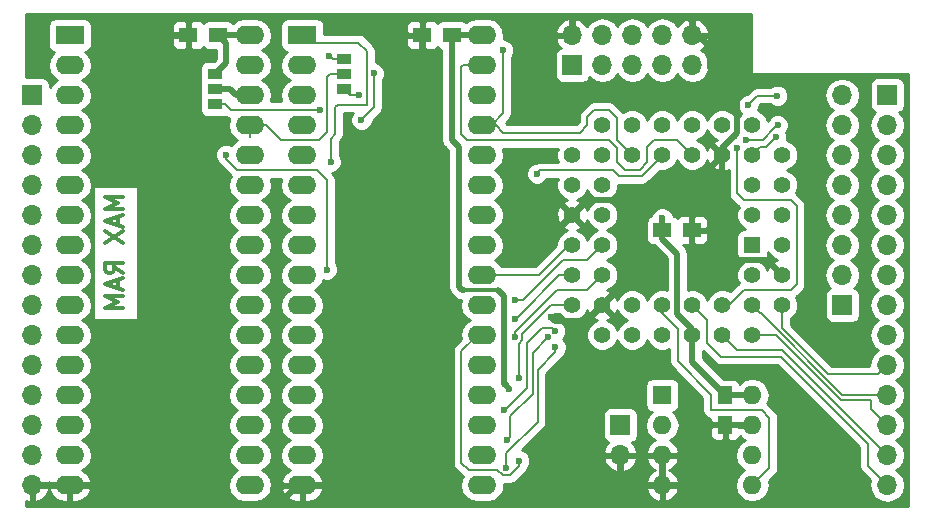
<source format=gbr>
G04 #@! TF.FileFunction,Copper,L2,Bot*
%FSLAX46Y46*%
G04 Gerber Fmt 4.6, Leading zero omitted, Abs format (unit mm)*
G04 Created by KiCad (PCBNEW 4.0.5+dfsg1-4) date Sat Apr 29 18:46:39 2017*
%MOMM*%
%LPD*%
G01*
G04 APERTURE LIST*
%ADD10C,0.100000*%
%ADD11C,0.300000*%
%ADD12R,2.400000X1.600000*%
%ADD13O,2.400000X1.600000*%
%ADD14R,1.397000X1.397000*%
%ADD15C,1.397000*%
%ADD16R,1.600000X1.600000*%
%ADD17O,1.600000X1.600000*%
%ADD18R,1.700000X1.700000*%
%ADD19O,1.700000X1.700000*%
%ADD20R,1.500000X1.250000*%
%ADD21R,1.250000X1.500000*%
%ADD22R,1.270000X0.970000*%
%ADD23C,0.600000*%
%ADD24C,0.508000*%
%ADD25C,0.250000*%
%ADD26C,0.203200*%
%ADD27C,0.304800*%
%ADD28C,0.254000*%
G04 APERTURE END LIST*
D10*
D11*
X119423571Y-115336429D02*
X117923571Y-115336429D01*
X118995000Y-115836429D01*
X117923571Y-116336429D01*
X119423571Y-116336429D01*
X118995000Y-116979286D02*
X118995000Y-117693572D01*
X119423571Y-116836429D02*
X117923571Y-117336429D01*
X119423571Y-117836429D01*
X117923571Y-118193572D02*
X119423571Y-119193572D01*
X117923571Y-119193572D02*
X119423571Y-118193572D01*
X119423571Y-121765000D02*
X118709286Y-121265000D01*
X119423571Y-120907857D02*
X117923571Y-120907857D01*
X117923571Y-121479285D01*
X117995000Y-121622143D01*
X118066429Y-121693571D01*
X118209286Y-121765000D01*
X118423571Y-121765000D01*
X118566429Y-121693571D01*
X118637857Y-121622143D01*
X118709286Y-121479285D01*
X118709286Y-120907857D01*
X118995000Y-122336428D02*
X118995000Y-123050714D01*
X119423571Y-122193571D02*
X117923571Y-122693571D01*
X119423571Y-123193571D01*
X119423571Y-123693571D02*
X117923571Y-123693571D01*
X118995000Y-124193571D01*
X117923571Y-124693571D01*
X119423571Y-124693571D01*
D12*
X114935000Y-101600000D03*
D13*
X130175000Y-139700000D03*
X114935000Y-104140000D03*
X130175000Y-137160000D03*
X114935000Y-106680000D03*
X130175000Y-134620000D03*
X114935000Y-109220000D03*
X130175000Y-132080000D03*
X114935000Y-111760000D03*
X130175000Y-129540000D03*
X114935000Y-114300000D03*
X130175000Y-127000000D03*
X114935000Y-116840000D03*
X130175000Y-124460000D03*
X114935000Y-119380000D03*
X130175000Y-121920000D03*
X114935000Y-121920000D03*
X130175000Y-119380000D03*
X114935000Y-124460000D03*
X130175000Y-116840000D03*
X114935000Y-127000000D03*
X130175000Y-114300000D03*
X114935000Y-129540000D03*
X130175000Y-111760000D03*
X114935000Y-132080000D03*
X130175000Y-109220000D03*
X114935000Y-134620000D03*
X130175000Y-106680000D03*
X114935000Y-137160000D03*
X130175000Y-104140000D03*
X114935000Y-139700000D03*
X130175000Y-101600000D03*
D14*
X172720000Y-119380000D03*
D15*
X175260000Y-116840000D03*
X172720000Y-116840000D03*
X175260000Y-114300000D03*
X172720000Y-114300000D03*
X175260000Y-111760000D03*
X172720000Y-109220000D03*
X172720000Y-111760000D03*
X170180000Y-109220000D03*
X170180000Y-111760000D03*
X167640000Y-109220000D03*
X167640000Y-111760000D03*
X165100000Y-109220000D03*
X165100000Y-111760000D03*
X162560000Y-109220000D03*
X162560000Y-111760000D03*
X160020000Y-109220000D03*
X157480000Y-111760000D03*
X160020000Y-111760000D03*
X157480000Y-114300000D03*
X160020000Y-114300000D03*
X157480000Y-116840000D03*
X160020000Y-116840000D03*
X157480000Y-119380000D03*
X160020000Y-119380000D03*
X157480000Y-121920000D03*
X160020000Y-121920000D03*
X157480000Y-124460000D03*
X160020000Y-127000000D03*
X160020000Y-124460000D03*
X162560000Y-127000000D03*
X162560000Y-124460000D03*
X165100000Y-127000000D03*
X165100000Y-124460000D03*
X167640000Y-127000000D03*
X167640000Y-124460000D03*
X170180000Y-127000000D03*
X170180000Y-124460000D03*
X172720000Y-127000000D03*
X175260000Y-124460000D03*
X172720000Y-124460000D03*
X175260000Y-121920000D03*
X172720000Y-121920000D03*
X175260000Y-119380000D03*
D16*
X165100000Y-132080000D03*
D17*
X172720000Y-139700000D03*
X165100000Y-134620000D03*
X172720000Y-137160000D03*
X165100000Y-137160000D03*
X172720000Y-134620000D03*
X165100000Y-139700000D03*
X172720000Y-132080000D03*
D18*
X184150000Y-106680000D03*
D19*
X184150000Y-109220000D03*
X184150000Y-111760000D03*
X184150000Y-114300000D03*
X184150000Y-116840000D03*
X184150000Y-119380000D03*
X184150000Y-121920000D03*
X184150000Y-124460000D03*
X184150000Y-127000000D03*
X184150000Y-129540000D03*
X184150000Y-132080000D03*
X184150000Y-134620000D03*
X184150000Y-137160000D03*
X184150000Y-139700000D03*
D12*
X134620000Y-101600000D03*
D13*
X149860000Y-139700000D03*
X134620000Y-104140000D03*
X149860000Y-137160000D03*
X134620000Y-106680000D03*
X149860000Y-134620000D03*
X134620000Y-109220000D03*
X149860000Y-132080000D03*
X134620000Y-111760000D03*
X149860000Y-129540000D03*
X134620000Y-114300000D03*
X149860000Y-127000000D03*
X134620000Y-116840000D03*
X149860000Y-124460000D03*
X134620000Y-119380000D03*
X149860000Y-121920000D03*
X134620000Y-121920000D03*
X149860000Y-119380000D03*
X134620000Y-124460000D03*
X149860000Y-116840000D03*
X134620000Y-127000000D03*
X149860000Y-114300000D03*
X134620000Y-129540000D03*
X149860000Y-111760000D03*
X134620000Y-132080000D03*
X149860000Y-109220000D03*
X134620000Y-134620000D03*
X149860000Y-106680000D03*
X134620000Y-137160000D03*
X149860000Y-104140000D03*
X134620000Y-139700000D03*
X149860000Y-101600000D03*
D18*
X157480000Y-104140000D03*
D19*
X157480000Y-101600000D03*
X160020000Y-104140000D03*
X160020000Y-101600000D03*
X162560000Y-104140000D03*
X162560000Y-101600000D03*
X165100000Y-104140000D03*
X165100000Y-101600000D03*
X167640000Y-104140000D03*
X167640000Y-101600000D03*
D18*
X161544000Y-134620000D03*
D19*
X161544000Y-137160000D03*
D20*
X147300000Y-101600000D03*
X144800000Y-101600000D03*
X127488000Y-101600000D03*
X124988000Y-101600000D03*
X165120000Y-118110000D03*
X167620000Y-118110000D03*
D21*
X170434000Y-132100000D03*
X170434000Y-134600000D03*
D18*
X111760000Y-106680000D03*
D19*
X111760000Y-109220000D03*
X111760000Y-111760000D03*
X111760000Y-114300000D03*
X111760000Y-116840000D03*
X111760000Y-119380000D03*
X111760000Y-121920000D03*
X111760000Y-124460000D03*
X111760000Y-127000000D03*
X111760000Y-129540000D03*
X111760000Y-132080000D03*
X111760000Y-134620000D03*
X111760000Y-137160000D03*
X111760000Y-139700000D03*
D22*
X138176000Y-103632000D03*
X138176000Y-104902000D03*
X138176000Y-106172000D03*
X127254000Y-104902000D03*
X127254000Y-106172000D03*
X127254000Y-107442000D03*
D18*
X180340000Y-124460000D03*
D19*
X180340000Y-121920000D03*
X180340000Y-119380000D03*
X180340000Y-116840000D03*
X180340000Y-114300000D03*
X180340000Y-111760000D03*
X180340000Y-109220000D03*
X180340000Y-106680000D03*
D23*
X165100000Y-117094000D03*
X152640131Y-123994951D03*
X128169202Y-111725551D03*
X136728527Y-121476774D03*
X152640131Y-127152277D03*
X152932666Y-130668601D03*
X151732899Y-133352960D03*
X156052879Y-126659524D03*
X151931747Y-135885206D03*
X155443220Y-127182462D03*
X156061241Y-128027910D03*
X151872205Y-138270002D03*
X171450640Y-111188452D03*
X154488786Y-113339554D03*
X137039109Y-112319782D03*
X136121445Y-107948985D03*
X139637297Y-108781943D03*
X140694433Y-104845345D03*
X139446000Y-106680000D03*
X155702000Y-119126000D03*
X155702000Y-125476000D03*
X152133246Y-131539612D03*
X136894808Y-103342714D03*
X151638000Y-102870000D03*
X153003013Y-137641241D03*
X152640131Y-125645240D03*
X174752000Y-110236000D03*
X174890403Y-109199389D03*
X172212000Y-110490000D03*
X172369614Y-107509475D03*
X174848153Y-106734932D03*
D24*
X167640000Y-127000000D02*
X167641428Y-127001428D01*
X167641428Y-127001428D02*
X167641428Y-129307428D01*
X167641428Y-129307428D02*
X170434000Y-132100000D01*
X127508000Y-101600000D02*
X128181849Y-102273849D01*
X128181849Y-102273849D02*
X128181849Y-103974151D01*
X127488000Y-101600000D02*
X127508000Y-101600000D01*
X127254000Y-104902000D02*
X128181849Y-103974151D01*
X127508000Y-101620000D02*
X127488000Y-101600000D01*
X167640000Y-127000000D02*
X167640000Y-126468346D01*
X167640000Y-126468346D02*
X166372610Y-125200956D01*
X165120000Y-118849368D02*
X165120000Y-118110000D01*
X166372610Y-125200956D02*
X166372610Y-120101978D01*
X166372610Y-120101978D02*
X165120000Y-118849368D01*
X172720000Y-132080000D02*
X170180000Y-132080000D01*
X165120000Y-118110000D02*
X165120000Y-117114000D01*
X165120000Y-117114000D02*
X165100000Y-117094000D01*
X172720000Y-132080000D02*
X170454000Y-132080000D01*
X170454000Y-132080000D02*
X170434000Y-132100000D01*
X130175000Y-101600000D02*
X127488000Y-101600000D01*
X165100000Y-118130000D02*
X165120000Y-118110000D01*
D25*
X167640000Y-127000000D02*
X167640000Y-126541368D01*
D26*
X153064395Y-123994951D02*
X152640131Y-123994951D01*
X158752925Y-120647075D02*
X156693882Y-120647075D01*
X160020000Y-119380000D02*
X158752925Y-120647075D01*
X156693882Y-120647075D02*
X153346006Y-123994951D01*
X153346006Y-123994951D02*
X153064395Y-123994951D01*
X136728527Y-121476774D02*
X136728527Y-113868527D01*
X136728527Y-113868527D02*
X135880231Y-113020231D01*
X135880231Y-113020231D02*
X129081107Y-113020231D01*
X129081107Y-113020231D02*
X128169202Y-112108326D01*
X128169202Y-112108326D02*
X128169202Y-111725551D01*
X160020000Y-121920000D02*
X158765306Y-123174694D01*
X158765306Y-123174694D02*
X156193450Y-123174694D01*
X156193450Y-123174694D02*
X152640131Y-126728013D01*
X152640131Y-126728013D02*
X152640131Y-127152277D01*
X155702000Y-124460000D02*
X153244933Y-126917067D01*
X157480000Y-124460000D02*
X155702000Y-124460000D01*
X152932666Y-130244337D02*
X152932666Y-130668601D01*
X153244933Y-126917067D02*
X153244933Y-127442583D01*
X153244933Y-127442583D02*
X152932666Y-127754850D01*
X152932666Y-127754850D02*
X152932666Y-130244337D01*
X152032898Y-133052961D02*
X151732899Y-133352960D01*
X153616551Y-131469308D02*
X152032898Y-133052961D01*
X155752880Y-126359525D02*
X154902742Y-126359525D01*
X156052879Y-126659524D02*
X155752880Y-126359525D01*
X153616551Y-127645716D02*
X153616551Y-131469308D01*
X154902742Y-126359525D02*
X153616551Y-127645716D01*
X154135945Y-131985484D02*
X152231746Y-133889683D01*
X152231746Y-135585207D02*
X151931747Y-135885206D01*
X155443220Y-127182462D02*
X154135945Y-128489737D01*
X154135945Y-128489737D02*
X154135945Y-131985484D01*
X152231746Y-133889683D02*
X152231746Y-135585207D01*
X154542356Y-134332534D02*
X154542356Y-129971059D01*
X151872205Y-138270002D02*
X151872205Y-137002685D01*
X156061241Y-128452174D02*
X156061241Y-128027910D01*
X151872205Y-137002685D02*
X154542356Y-134332534D01*
X154542356Y-129971059D02*
X156061241Y-128452174D01*
X170180000Y-124460000D02*
X170732565Y-124460000D01*
X176013080Y-123190000D02*
X176489264Y-122713816D01*
X171450640Y-115001294D02*
X171450640Y-111612716D01*
X170732565Y-124460000D02*
X172002565Y-123190000D01*
X176489264Y-122713816D02*
X176489264Y-116074674D01*
X172002565Y-123190000D02*
X176013080Y-123190000D01*
X176489264Y-116074674D02*
X175979203Y-115564613D01*
X171450640Y-111612716D02*
X171450640Y-111188452D01*
X175979203Y-115564613D02*
X172013959Y-115564613D01*
X172013959Y-115564613D02*
X171450640Y-115001294D01*
X140086500Y-107477408D02*
X137632592Y-107477408D01*
X137632592Y-107477408D02*
X137414000Y-107696000D01*
X137414000Y-109982000D02*
X137414000Y-107696000D01*
X137039109Y-110356891D02*
X137414000Y-109982000D01*
X137039109Y-110524799D02*
X137039109Y-110356891D01*
X135020000Y-101600000D02*
X134620000Y-101600000D01*
X139379156Y-102227355D02*
X135647355Y-102227355D01*
X140086500Y-102934699D02*
X139379156Y-102227355D01*
X137039109Y-112319782D02*
X137039109Y-110524799D01*
X140086500Y-107477408D02*
X140086500Y-102934699D01*
X135647355Y-102227355D02*
X135020000Y-101600000D01*
X165100000Y-111760000D02*
X165100000Y-111861668D01*
X165100000Y-111861668D02*
X163410882Y-113550786D01*
X163410882Y-113550786D02*
X161428893Y-113550786D01*
X161428893Y-113550786D02*
X160917662Y-113039555D01*
X160917662Y-113039555D02*
X154788785Y-113039555D01*
X154788785Y-113039555D02*
X154488786Y-113339554D01*
X128092200Y-107442000D02*
X128599185Y-107948985D01*
X127254000Y-107442000D02*
X128092200Y-107442000D01*
X128599185Y-107948985D02*
X135697181Y-107948985D01*
X135697181Y-107948985D02*
X136121445Y-107948985D01*
D25*
X150676471Y-119380000D02*
X149860000Y-119380000D01*
D26*
X184150000Y-129540000D02*
X183364411Y-130325589D01*
X175260000Y-126420026D02*
X175260000Y-124460000D01*
X183364411Y-130325589D02*
X179165563Y-130325589D01*
X179165563Y-130325589D02*
X175260000Y-126420026D01*
X180345223Y-132080000D02*
X182885223Y-132080000D01*
X173418499Y-125158499D02*
X172720000Y-124460000D01*
X184150000Y-132080000D02*
X182885223Y-132080000D01*
X173423722Y-125158499D02*
X173418499Y-125158499D01*
X180345223Y-132080000D02*
X173423722Y-125158499D01*
X182748320Y-133218320D02*
X182748320Y-132588000D01*
X182748320Y-132588000D02*
X182748320Y-132517847D01*
X172720000Y-127000000D02*
X174690473Y-127000000D01*
X174690473Y-127000000D02*
X180208320Y-132517847D01*
X180208320Y-132517847D02*
X182678167Y-132517847D01*
X182678167Y-132517847D02*
X182748320Y-132588000D01*
X184150000Y-134620000D02*
X182748320Y-133218320D01*
X184150000Y-137160000D02*
X182328527Y-135338527D01*
X171433555Y-128253555D02*
X170180000Y-127000000D01*
X182328527Y-135338527D02*
X182325287Y-135338527D01*
X182325287Y-135338527D02*
X175240315Y-128253555D01*
X175240315Y-128253555D02*
X171433555Y-128253555D01*
X184150000Y-139700000D02*
X182511713Y-138061713D01*
X168909761Y-125729761D02*
X168338499Y-125158499D01*
X168338499Y-125158499D02*
X167640000Y-124460000D01*
X182511713Y-138061713D02*
X182511713Y-136177818D01*
X182511713Y-136177818D02*
X175161054Y-128827159D01*
X175161054Y-128827159D02*
X170070682Y-128827159D01*
X170070682Y-128827159D02*
X168909761Y-127666238D01*
X168909761Y-127666238D02*
X168909761Y-125729761D01*
X184150000Y-139700000D02*
X183704259Y-139700000D01*
X139937296Y-108481944D02*
X139637297Y-108781943D01*
X140694433Y-104845345D02*
X140694433Y-107724807D01*
X140694433Y-107724807D02*
X139937296Y-108481944D01*
X139446000Y-106680000D02*
X138684000Y-106680000D01*
X138684000Y-106680000D02*
X138176000Y-106172000D01*
X134220000Y-106680000D02*
X134620000Y-106680000D01*
X149860000Y-104140000D02*
X148270955Y-104140000D01*
X163828541Y-111096200D02*
X164441460Y-110483281D01*
X148270955Y-104140000D02*
X148082439Y-104328516D01*
X148082439Y-104328516D02*
X148082439Y-109980730D01*
X148082439Y-109980730D02*
X148600523Y-110498814D01*
X148600523Y-110498814D02*
X160617681Y-110498814D01*
X160617681Y-110498814D02*
X161290000Y-111171133D01*
X161290000Y-111171133D02*
X161290000Y-112338763D01*
X163189206Y-113006103D02*
X163828541Y-112366768D01*
X166363281Y-110483281D02*
X167640000Y-111760000D01*
X161290000Y-112338763D02*
X161957340Y-113006103D01*
X161957340Y-113006103D02*
X163189206Y-113006103D01*
X163828541Y-112366768D02*
X163828541Y-111096200D01*
X164441460Y-110483281D02*
X166363281Y-110483281D01*
D24*
X170180000Y-111760000D02*
X170180000Y-111182665D01*
X169152461Y-104402789D02*
X169152461Y-102627017D01*
X170180000Y-111182665D02*
X171450000Y-109912665D01*
X171450000Y-109912665D02*
X171450000Y-106700328D01*
X171450000Y-106700328D02*
X169152461Y-104402789D01*
X169152461Y-102627017D02*
X168125444Y-101600000D01*
X168125444Y-101600000D02*
X167640000Y-101600000D01*
X158296254Y-126183746D02*
X158296254Y-127710503D01*
X158296254Y-127710503D02*
X160883102Y-130297351D01*
X167316046Y-133976395D02*
X167939651Y-134600000D01*
X160883102Y-130297351D02*
X166078995Y-130297351D01*
X166078995Y-130297351D02*
X167316046Y-131534402D01*
X167316046Y-131534402D02*
X167316046Y-133976395D01*
X158296254Y-126183746D02*
X157888507Y-125775999D01*
X156001999Y-125775999D02*
X155702000Y-125476000D01*
X157888507Y-125775999D02*
X156001999Y-125775999D01*
X144800000Y-101600000D02*
X144800000Y-109434000D01*
X144800000Y-109434000D02*
X142240000Y-111994000D01*
X142240000Y-111994000D02*
X142240000Y-139700000D01*
X162560000Y-115570000D02*
X158770522Y-115570000D01*
X157500522Y-116840000D02*
X157480000Y-116840000D01*
X158770522Y-115570000D02*
X157500522Y-116840000D01*
X155702000Y-119126000D02*
X155702000Y-118618000D01*
X155702000Y-118618000D02*
X157480000Y-116840000D01*
X167640000Y-101600000D02*
X167640000Y-100397919D01*
X167640000Y-100397919D02*
X167193394Y-99951313D01*
X167193394Y-99951313D02*
X157858687Y-99951313D01*
X157858687Y-99951313D02*
X157480000Y-100330000D01*
X157480000Y-100330000D02*
X157480000Y-101600000D01*
X158296254Y-126183746D02*
X160020000Y-124460000D01*
X165100000Y-139700000D02*
X167342767Y-139700000D01*
X167342767Y-139700000D02*
X167434317Y-139608450D01*
X167434317Y-139608450D02*
X167434317Y-135105334D01*
X167434317Y-135105334D02*
X167939651Y-134600000D01*
X170434000Y-134600000D02*
X167939651Y-134600000D01*
X167620000Y-115570000D02*
X162560000Y-115570000D01*
X160020000Y-124460000D02*
X162560000Y-121920000D01*
X162560000Y-121920000D02*
X162560000Y-115570000D01*
X167620000Y-115570000D02*
X167620000Y-114320000D01*
X167620000Y-118110000D02*
X167620000Y-115570000D01*
X170180000Y-114300000D02*
X170180000Y-111760000D01*
X167640000Y-114300000D02*
X170180000Y-114300000D01*
X167620000Y-114320000D02*
X167640000Y-114300000D01*
X167640000Y-120650000D02*
X167620000Y-120630000D01*
X167620000Y-120630000D02*
X167620000Y-118110000D01*
X173990000Y-120650000D02*
X167640000Y-120650000D01*
X175260000Y-121920000D02*
X173990000Y-120650000D01*
X172720000Y-134620000D02*
X170454000Y-134620000D01*
X122682000Y-139700000D02*
X125938098Y-139700000D01*
X125938098Y-139700000D02*
X127590179Y-141352081D01*
X127590179Y-141352081D02*
X132567919Y-141352081D01*
X132567919Y-141352081D02*
X134220000Y-139700000D01*
X134220000Y-139700000D02*
X134620000Y-139700000D01*
X142240000Y-139700000D02*
X143608202Y-139700000D01*
X143608202Y-139700000D02*
X145259025Y-141350823D01*
X145259025Y-141350823D02*
X160264646Y-141350823D01*
X160264646Y-141350823D02*
X161544000Y-140071469D01*
X161544000Y-140071469D02*
X161544000Y-137160000D01*
X124988000Y-101600000D02*
X121940000Y-101600000D01*
X121940000Y-101600000D02*
X121940000Y-139700000D01*
X121940000Y-139700000D02*
X122682000Y-139700000D01*
X114935000Y-139700000D02*
X111760000Y-139700000D01*
X122682000Y-139700000D02*
X114935000Y-139700000D01*
X134620000Y-139700000D02*
X142240000Y-139700000D01*
X161544000Y-137160000D02*
X161544000Y-139700000D01*
X161544000Y-139700000D02*
X165100000Y-139700000D01*
X165100000Y-137160000D02*
X165100000Y-139700000D01*
X129032000Y-106680000D02*
X128524000Y-106172000D01*
X128524000Y-106172000D02*
X127254000Y-106172000D01*
X130175000Y-106680000D02*
X129032000Y-106680000D01*
D26*
X149860000Y-121920000D02*
X154635684Y-121920000D01*
X154635684Y-121920000D02*
X157175684Y-119380000D01*
X157175684Y-119380000D02*
X157480000Y-119380000D01*
D24*
X151725675Y-123727161D02*
X151725675Y-131132041D01*
X151725675Y-131132041D02*
X151833247Y-131239613D01*
X151188913Y-123190399D02*
X151725675Y-123727161D01*
X151833247Y-131239613D02*
X152133246Y-131539612D01*
X147297927Y-104162073D02*
X147300000Y-104160000D01*
X147300000Y-104160000D02*
X147300000Y-101600000D01*
X148323533Y-123190399D02*
X148185119Y-123190399D01*
X148185119Y-123190399D02*
X147880119Y-122885399D01*
X147880119Y-122885399D02*
X147880119Y-111045914D01*
X147880119Y-111045914D02*
X147297927Y-110463722D01*
X147297927Y-110463722D02*
X147297927Y-104162073D01*
D27*
X151188913Y-123190399D02*
X148323533Y-123190399D01*
D24*
X149460000Y-101600000D02*
X149860000Y-101600000D01*
X147300000Y-101600000D02*
X149860000Y-101600000D01*
D26*
X162560000Y-111760000D02*
X161286589Y-110486589D01*
X160595432Y-107957726D02*
X159361893Y-107957726D01*
X161286589Y-110486589D02*
X161286589Y-108648883D01*
X159361893Y-107957726D02*
X158750000Y-108569619D01*
X161286589Y-108648883D02*
X160595432Y-107957726D01*
X158750000Y-108569619D02*
X158750000Y-109220000D01*
X151013923Y-109220000D02*
X149860000Y-109220000D01*
X158750000Y-109220000D02*
X158121200Y-109848800D01*
X158121200Y-109848800D02*
X151642723Y-109848800D01*
X151642723Y-109848800D02*
X151013923Y-109220000D01*
X151638000Y-102870000D02*
X151638000Y-108234210D01*
X151638000Y-108234210D02*
X150652210Y-109220000D01*
X150652210Y-109220000D02*
X149860000Y-109220000D01*
X137184094Y-103632000D02*
X136894808Y-103342714D01*
X138176000Y-103632000D02*
X137184094Y-103632000D01*
X149860000Y-109220000D02*
X150479207Y-109839207D01*
D25*
X149860000Y-109220000D02*
X149460000Y-109220000D01*
D26*
X172720000Y-139700000D02*
X174180550Y-138239450D01*
X174180550Y-138239450D02*
X174180550Y-134019249D01*
X174180550Y-134019249D02*
X173511301Y-133350000D01*
X166407756Y-129216433D02*
X166407756Y-126459748D01*
X173511301Y-133350000D02*
X169239873Y-133350000D01*
X165100000Y-125151992D02*
X165100000Y-124460000D01*
X169239873Y-133350000D02*
X169239873Y-132048550D01*
X169239873Y-132048550D02*
X166407756Y-129216433D01*
X166407756Y-126459748D02*
X165100000Y-125151992D01*
X153003013Y-138065505D02*
X153003013Y-137641241D01*
X151127835Y-138408836D02*
X151593802Y-138874803D01*
X148697904Y-138408836D02*
X151127835Y-138408836D01*
X148090719Y-137801651D02*
X148697904Y-138408836D01*
X149460000Y-127000000D02*
X148090719Y-128369281D01*
X149860000Y-127000000D02*
X149460000Y-127000000D01*
X152193715Y-138874803D02*
X153003013Y-138065505D01*
X151593802Y-138874803D02*
X152193715Y-138874803D01*
X148090719Y-128369281D02*
X148090719Y-137801651D01*
X157480000Y-121920000D02*
X156365371Y-121920000D01*
X156365371Y-121920000D02*
X152940130Y-125345241D01*
X152940130Y-125345241D02*
X152640131Y-125645240D01*
X136963453Y-104902000D02*
X138176000Y-104902000D01*
X136726255Y-105139198D02*
X136963453Y-104902000D01*
X132848200Y-110490000D02*
X136059995Y-110490000D01*
X131578200Y-109220000D02*
X132848200Y-110490000D01*
X136059995Y-110490000D02*
X136726255Y-109823740D01*
X136726255Y-109823740D02*
X136726255Y-105139198D01*
X130175000Y-109220000D02*
X131578200Y-109220000D01*
X130175000Y-110223200D02*
X130175000Y-109220000D01*
D25*
X130175000Y-109220000D02*
X130048000Y-109220000D01*
D26*
X173926499Y-111061501D02*
X174752000Y-110236000D01*
X173418499Y-111061501D02*
X173926499Y-111061501D01*
X172720000Y-111760000D02*
X173418499Y-111061501D01*
X173599792Y-110490000D02*
X174590404Y-109499388D01*
X172212000Y-110490000D02*
X173599792Y-110490000D01*
X174590404Y-109499388D02*
X174890403Y-109199389D01*
X172669613Y-107209476D02*
X172369614Y-107509475D01*
X173144157Y-106734932D02*
X172669613Y-107209476D01*
X174848153Y-106734932D02*
X173144157Y-106734932D01*
D28*
G36*
X172593000Y-104775000D02*
X172603006Y-104824410D01*
X172631447Y-104866035D01*
X172673841Y-104893315D01*
X172720000Y-104902000D01*
X185928000Y-104902000D01*
X185928000Y-141478000D01*
X111252000Y-141478000D01*
X111252000Y-141070522D01*
X111403108Y-141141486D01*
X111633000Y-141020819D01*
X111633000Y-139827000D01*
X111887000Y-139827000D01*
X111887000Y-141020819D01*
X112116892Y-141141486D01*
X112641358Y-140895183D01*
X113031645Y-140466924D01*
X113166216Y-140142020D01*
X113430500Y-140624896D01*
X113868517Y-140977166D01*
X114408000Y-141135000D01*
X114808000Y-141135000D01*
X114808000Y-139827000D01*
X115062000Y-139827000D01*
X115062000Y-141135000D01*
X115462000Y-141135000D01*
X116001483Y-140977166D01*
X116439500Y-140624896D01*
X116709367Y-140131819D01*
X116726904Y-140049039D01*
X116604915Y-139827000D01*
X115062000Y-139827000D01*
X114808000Y-139827000D01*
X113265085Y-139827000D01*
X113170760Y-139998686D01*
X113080155Y-139827000D01*
X111887000Y-139827000D01*
X111633000Y-139827000D01*
X111613000Y-139827000D01*
X111613000Y-139573000D01*
X111633000Y-139573000D01*
X111633000Y-139553000D01*
X111887000Y-139553000D01*
X111887000Y-139573000D01*
X113080155Y-139573000D01*
X113170760Y-139401314D01*
X113265085Y-139573000D01*
X114808000Y-139573000D01*
X114808000Y-139553000D01*
X115062000Y-139553000D01*
X115062000Y-139573000D01*
X116604915Y-139573000D01*
X116726904Y-139350961D01*
X116709367Y-139268181D01*
X116439500Y-138775104D01*
X116007293Y-138427507D01*
X116385648Y-138174698D01*
X116696717Y-137709151D01*
X116805950Y-137160000D01*
X116696717Y-136610849D01*
X116385648Y-136145302D01*
X116003562Y-135890000D01*
X116385648Y-135634698D01*
X116696717Y-135169151D01*
X116805950Y-134620000D01*
X116696717Y-134070849D01*
X116385648Y-133605302D01*
X116003562Y-133350000D01*
X116385648Y-133094698D01*
X116696717Y-132629151D01*
X116805950Y-132080000D01*
X116696717Y-131530849D01*
X116385648Y-131065302D01*
X116003562Y-130810000D01*
X116385648Y-130554698D01*
X116696717Y-130089151D01*
X116805950Y-129540000D01*
X116696717Y-128990849D01*
X116385648Y-128525302D01*
X116003562Y-128270000D01*
X116385648Y-128014698D01*
X116696717Y-127549151D01*
X116805950Y-127000000D01*
X116696717Y-126450849D01*
X116385648Y-125985302D01*
X116003562Y-125730000D01*
X116385648Y-125474698D01*
X116696717Y-125009151D01*
X116805950Y-124460000D01*
X116696717Y-123910849D01*
X116385648Y-123445302D01*
X116003562Y-123190000D01*
X116385648Y-122934698D01*
X116696717Y-122469151D01*
X116805950Y-121920000D01*
X116696717Y-121370849D01*
X116385648Y-120905302D01*
X116003562Y-120650000D01*
X116385648Y-120394698D01*
X116696717Y-119929151D01*
X116805950Y-119380000D01*
X116696717Y-118830849D01*
X116385648Y-118365302D01*
X116003562Y-118110000D01*
X116385648Y-117854698D01*
X116696717Y-117389151D01*
X116805950Y-116840000D01*
X116696717Y-116290849D01*
X116385648Y-115825302D01*
X116003562Y-115570000D01*
X116385648Y-115314698D01*
X116696717Y-114849151D01*
X116797140Y-114344286D01*
X116910000Y-114344286D01*
X116910000Y-125685714D01*
X120730000Y-125685714D01*
X120730000Y-114344286D01*
X116910000Y-114344286D01*
X116797140Y-114344286D01*
X116805950Y-114300000D01*
X116696717Y-113750849D01*
X116385648Y-113285302D01*
X116003562Y-113030000D01*
X116385648Y-112774698D01*
X116696717Y-112309151D01*
X116805950Y-111760000D01*
X116696717Y-111210849D01*
X116385648Y-110745302D01*
X116003562Y-110490000D01*
X116385648Y-110234698D01*
X116696717Y-109769151D01*
X116805950Y-109220000D01*
X116696717Y-108670849D01*
X116385648Y-108205302D01*
X116003562Y-107950000D01*
X116385648Y-107694698D01*
X116696717Y-107229151D01*
X116805950Y-106680000D01*
X116696717Y-106130849D01*
X116385648Y-105665302D01*
X116003562Y-105410000D01*
X116385648Y-105154698D01*
X116696717Y-104689151D01*
X116805950Y-104140000D01*
X116696717Y-103590849D01*
X116385648Y-103125302D01*
X116239650Y-103027749D01*
X116370317Y-103003162D01*
X116586441Y-102864090D01*
X116731431Y-102651890D01*
X116782440Y-102400000D01*
X116782440Y-101885750D01*
X123603000Y-101885750D01*
X123603000Y-102351310D01*
X123699673Y-102584699D01*
X123878302Y-102763327D01*
X124111691Y-102860000D01*
X124702250Y-102860000D01*
X124861000Y-102701250D01*
X124861000Y-101727000D01*
X123761750Y-101727000D01*
X123603000Y-101885750D01*
X116782440Y-101885750D01*
X116782440Y-100848690D01*
X123603000Y-100848690D01*
X123603000Y-101314250D01*
X123761750Y-101473000D01*
X124861000Y-101473000D01*
X124861000Y-100498750D01*
X125115000Y-100498750D01*
X125115000Y-101473000D01*
X125135000Y-101473000D01*
X125135000Y-101727000D01*
X125115000Y-101727000D01*
X125115000Y-102701250D01*
X125273750Y-102860000D01*
X125864309Y-102860000D01*
X126097698Y-102763327D01*
X126238936Y-102622090D01*
X126273910Y-102676441D01*
X126486110Y-102821431D01*
X126738000Y-102872440D01*
X127292849Y-102872440D01*
X127292849Y-103605915D01*
X127129204Y-103769560D01*
X126619000Y-103769560D01*
X126383683Y-103813838D01*
X126167559Y-103952910D01*
X126022569Y-104165110D01*
X125971560Y-104417000D01*
X125971560Y-105387000D01*
X126000821Y-105542507D01*
X125971560Y-105687000D01*
X125971560Y-106657000D01*
X126000821Y-106812507D01*
X125971560Y-106957000D01*
X125971560Y-107927000D01*
X126015838Y-108162317D01*
X126154910Y-108378441D01*
X126367110Y-108523431D01*
X126619000Y-108574440D01*
X127889000Y-108574440D01*
X128124317Y-108530162D01*
X128146880Y-108515643D01*
X128317300Y-108629515D01*
X128426401Y-108651216D01*
X128413283Y-108670849D01*
X128304050Y-109220000D01*
X128413283Y-109769151D01*
X128724352Y-110234698D01*
X129106438Y-110490000D01*
X128724352Y-110745302D01*
X128620596Y-110900583D01*
X128356001Y-110790713D01*
X127984035Y-110790389D01*
X127640259Y-110932434D01*
X127377010Y-111195224D01*
X127234364Y-111538752D01*
X127234040Y-111910718D01*
X127376085Y-112254494D01*
X127482975Y-112361571D01*
X127488672Y-112390211D01*
X127648347Y-112629181D01*
X128556170Y-113537004D01*
X128413283Y-113750849D01*
X128304050Y-114300000D01*
X128413283Y-114849151D01*
X128724352Y-115314698D01*
X129106438Y-115570000D01*
X128724352Y-115825302D01*
X128413283Y-116290849D01*
X128304050Y-116840000D01*
X128413283Y-117389151D01*
X128724352Y-117854698D01*
X129106438Y-118110000D01*
X128724352Y-118365302D01*
X128413283Y-118830849D01*
X128304050Y-119380000D01*
X128413283Y-119929151D01*
X128724352Y-120394698D01*
X129106438Y-120650000D01*
X128724352Y-120905302D01*
X128413283Y-121370849D01*
X128304050Y-121920000D01*
X128413283Y-122469151D01*
X128724352Y-122934698D01*
X129106438Y-123190000D01*
X128724352Y-123445302D01*
X128413283Y-123910849D01*
X128304050Y-124460000D01*
X128413283Y-125009151D01*
X128724352Y-125474698D01*
X129106438Y-125730000D01*
X128724352Y-125985302D01*
X128413283Y-126450849D01*
X128304050Y-127000000D01*
X128413283Y-127549151D01*
X128724352Y-128014698D01*
X129106438Y-128270000D01*
X128724352Y-128525302D01*
X128413283Y-128990849D01*
X128304050Y-129540000D01*
X128413283Y-130089151D01*
X128724352Y-130554698D01*
X129106438Y-130810000D01*
X128724352Y-131065302D01*
X128413283Y-131530849D01*
X128304050Y-132080000D01*
X128413283Y-132629151D01*
X128724352Y-133094698D01*
X129106438Y-133350000D01*
X128724352Y-133605302D01*
X128413283Y-134070849D01*
X128304050Y-134620000D01*
X128413283Y-135169151D01*
X128724352Y-135634698D01*
X129106438Y-135890000D01*
X128724352Y-136145302D01*
X128413283Y-136610849D01*
X128304050Y-137160000D01*
X128413283Y-137709151D01*
X128724352Y-138174698D01*
X129106438Y-138430000D01*
X128724352Y-138685302D01*
X128413283Y-139150849D01*
X128304050Y-139700000D01*
X128413283Y-140249151D01*
X128724352Y-140714698D01*
X129189899Y-141025767D01*
X129739050Y-141135000D01*
X130610950Y-141135000D01*
X131160101Y-141025767D01*
X131625648Y-140714698D01*
X131936717Y-140249151D01*
X131976521Y-140049039D01*
X132828096Y-140049039D01*
X132845633Y-140131819D01*
X133115500Y-140624896D01*
X133553517Y-140977166D01*
X134093000Y-141135000D01*
X134493000Y-141135000D01*
X134493000Y-139827000D01*
X134747000Y-139827000D01*
X134747000Y-141135000D01*
X135147000Y-141135000D01*
X135686483Y-140977166D01*
X136124500Y-140624896D01*
X136394367Y-140131819D01*
X136411904Y-140049039D01*
X136289915Y-139827000D01*
X134747000Y-139827000D01*
X134493000Y-139827000D01*
X132950085Y-139827000D01*
X132828096Y-140049039D01*
X131976521Y-140049039D01*
X132045950Y-139700000D01*
X131936717Y-139150849D01*
X131625648Y-138685302D01*
X131243562Y-138430000D01*
X131625648Y-138174698D01*
X131936717Y-137709151D01*
X132045950Y-137160000D01*
X131936717Y-136610849D01*
X131625648Y-136145302D01*
X131243562Y-135890000D01*
X131625648Y-135634698D01*
X131936717Y-135169151D01*
X132045950Y-134620000D01*
X131936717Y-134070849D01*
X131625648Y-133605302D01*
X131243562Y-133350000D01*
X131625648Y-133094698D01*
X131936717Y-132629151D01*
X132045950Y-132080000D01*
X131936717Y-131530849D01*
X131625648Y-131065302D01*
X131243562Y-130810000D01*
X131625648Y-130554698D01*
X131936717Y-130089151D01*
X132045950Y-129540000D01*
X131936717Y-128990849D01*
X131625648Y-128525302D01*
X131243562Y-128270000D01*
X131625648Y-128014698D01*
X131936717Y-127549151D01*
X132045950Y-127000000D01*
X131936717Y-126450849D01*
X131625648Y-125985302D01*
X131243562Y-125730000D01*
X131625648Y-125474698D01*
X131936717Y-125009151D01*
X132045950Y-124460000D01*
X131936717Y-123910849D01*
X131625648Y-123445302D01*
X131243562Y-123190000D01*
X131625648Y-122934698D01*
X131936717Y-122469151D01*
X132045950Y-121920000D01*
X131936717Y-121370849D01*
X131625648Y-120905302D01*
X131243562Y-120650000D01*
X131625648Y-120394698D01*
X131936717Y-119929151D01*
X132045950Y-119380000D01*
X131936717Y-118830849D01*
X131625648Y-118365302D01*
X131243562Y-118110000D01*
X131625648Y-117854698D01*
X131936717Y-117389151D01*
X132045950Y-116840000D01*
X131936717Y-116290849D01*
X131625648Y-115825302D01*
X131243562Y-115570000D01*
X131625648Y-115314698D01*
X131936717Y-114849151D01*
X132045950Y-114300000D01*
X131937907Y-113756831D01*
X132857093Y-113756831D01*
X132749050Y-114300000D01*
X132858283Y-114849151D01*
X133169352Y-115314698D01*
X133551438Y-115570000D01*
X133169352Y-115825302D01*
X132858283Y-116290849D01*
X132749050Y-116840000D01*
X132858283Y-117389151D01*
X133169352Y-117854698D01*
X133551438Y-118110000D01*
X133169352Y-118365302D01*
X132858283Y-118830849D01*
X132749050Y-119380000D01*
X132858283Y-119929151D01*
X133169352Y-120394698D01*
X133551438Y-120650000D01*
X133169352Y-120905302D01*
X132858283Y-121370849D01*
X132749050Y-121920000D01*
X132858283Y-122469151D01*
X133169352Y-122934698D01*
X133551438Y-123190000D01*
X133169352Y-123445302D01*
X132858283Y-123910849D01*
X132749050Y-124460000D01*
X132858283Y-125009151D01*
X133169352Y-125474698D01*
X133551438Y-125730000D01*
X133169352Y-125985302D01*
X132858283Y-126450849D01*
X132749050Y-127000000D01*
X132858283Y-127549151D01*
X133169352Y-128014698D01*
X133551438Y-128270000D01*
X133169352Y-128525302D01*
X132858283Y-128990849D01*
X132749050Y-129540000D01*
X132858283Y-130089151D01*
X133169352Y-130554698D01*
X133551438Y-130810000D01*
X133169352Y-131065302D01*
X132858283Y-131530849D01*
X132749050Y-132080000D01*
X132858283Y-132629151D01*
X133169352Y-133094698D01*
X133551438Y-133350000D01*
X133169352Y-133605302D01*
X132858283Y-134070849D01*
X132749050Y-134620000D01*
X132858283Y-135169151D01*
X133169352Y-135634698D01*
X133551438Y-135890000D01*
X133169352Y-136145302D01*
X132858283Y-136610849D01*
X132749050Y-137160000D01*
X132858283Y-137709151D01*
X133169352Y-138174698D01*
X133547707Y-138427507D01*
X133115500Y-138775104D01*
X132845633Y-139268181D01*
X132828096Y-139350961D01*
X132950085Y-139573000D01*
X134493000Y-139573000D01*
X134493000Y-139553000D01*
X134747000Y-139553000D01*
X134747000Y-139573000D01*
X136289915Y-139573000D01*
X136411904Y-139350961D01*
X136394367Y-139268181D01*
X136124500Y-138775104D01*
X135692293Y-138427507D01*
X136070648Y-138174698D01*
X136381717Y-137709151D01*
X136490950Y-137160000D01*
X136381717Y-136610849D01*
X136070648Y-136145302D01*
X135688562Y-135890000D01*
X136070648Y-135634698D01*
X136381717Y-135169151D01*
X136490950Y-134620000D01*
X136381717Y-134070849D01*
X136070648Y-133605302D01*
X135688562Y-133350000D01*
X136070648Y-133094698D01*
X136381717Y-132629151D01*
X136490950Y-132080000D01*
X136381717Y-131530849D01*
X136070648Y-131065302D01*
X135688562Y-130810000D01*
X136070648Y-130554698D01*
X136381717Y-130089151D01*
X136490950Y-129540000D01*
X136381717Y-128990849D01*
X136070648Y-128525302D01*
X135688562Y-128270000D01*
X136070648Y-128014698D01*
X136381717Y-127549151D01*
X136490950Y-127000000D01*
X136381717Y-126450849D01*
X136070648Y-125985302D01*
X135688562Y-125730000D01*
X136070648Y-125474698D01*
X136381717Y-125009151D01*
X136490950Y-124460000D01*
X136381717Y-123910849D01*
X136070648Y-123445302D01*
X135688562Y-123190000D01*
X136070648Y-122934698D01*
X136381717Y-122469151D01*
X136404497Y-122354628D01*
X136541728Y-122411612D01*
X136913694Y-122411936D01*
X137257470Y-122269891D01*
X137520719Y-122007101D01*
X137663365Y-121663573D01*
X137663689Y-121291607D01*
X137521644Y-120947831D01*
X137465127Y-120891215D01*
X137465127Y-113868527D01*
X137409057Y-113586642D01*
X137249382Y-113347672D01*
X137156595Y-113254885D01*
X137224276Y-113254944D01*
X137568052Y-113112899D01*
X137831301Y-112850109D01*
X137973947Y-112506581D01*
X137974271Y-112134615D01*
X137832226Y-111790839D01*
X137775709Y-111734223D01*
X137775709Y-110662001D01*
X137934855Y-110502855D01*
X138094530Y-110263885D01*
X138150600Y-109982000D01*
X138150600Y-108214008D01*
X138882779Y-108214008D01*
X138845105Y-108251616D01*
X138702459Y-108595144D01*
X138702135Y-108967110D01*
X138844180Y-109310886D01*
X139106970Y-109574135D01*
X139450498Y-109716781D01*
X139822464Y-109717105D01*
X140166240Y-109575060D01*
X140429489Y-109312270D01*
X140572135Y-108968742D01*
X140572205Y-108888745D01*
X141215288Y-108245662D01*
X141374963Y-108006692D01*
X141431033Y-107724807D01*
X141431033Y-105431167D01*
X141486625Y-105375672D01*
X141629271Y-105032144D01*
X141629595Y-104660178D01*
X141487550Y-104316402D01*
X141224760Y-104053153D01*
X140881232Y-103910507D01*
X140823100Y-103910456D01*
X140823100Y-102934699D01*
X140767030Y-102652814D01*
X140607355Y-102413844D01*
X140079261Y-101885750D01*
X143415000Y-101885750D01*
X143415000Y-102351310D01*
X143511673Y-102584699D01*
X143690302Y-102763327D01*
X143923691Y-102860000D01*
X144514250Y-102860000D01*
X144673000Y-102701250D01*
X144673000Y-101727000D01*
X143573750Y-101727000D01*
X143415000Y-101885750D01*
X140079261Y-101885750D01*
X139900011Y-101706500D01*
X139661041Y-101546825D01*
X139379156Y-101490755D01*
X136467440Y-101490755D01*
X136467440Y-100848690D01*
X143415000Y-100848690D01*
X143415000Y-101314250D01*
X143573750Y-101473000D01*
X144673000Y-101473000D01*
X144673000Y-100498750D01*
X144927000Y-100498750D01*
X144927000Y-101473000D01*
X144947000Y-101473000D01*
X144947000Y-101727000D01*
X144927000Y-101727000D01*
X144927000Y-102701250D01*
X145085750Y-102860000D01*
X145676309Y-102860000D01*
X145909698Y-102763327D01*
X146050936Y-102622090D01*
X146085910Y-102676441D01*
X146298110Y-102821431D01*
X146411000Y-102844292D01*
X146411000Y-104151651D01*
X146408927Y-104162073D01*
X146408927Y-110463722D01*
X146476598Y-110803928D01*
X146638114Y-111045654D01*
X146669309Y-111092340D01*
X146991119Y-111414150D01*
X146991119Y-122885399D01*
X147058790Y-123225605D01*
X147178658Y-123405000D01*
X147251501Y-123514017D01*
X147556501Y-123819017D01*
X147844913Y-124011728D01*
X148069337Y-124056369D01*
X147989050Y-124460000D01*
X148098283Y-125009151D01*
X148409352Y-125474698D01*
X148791438Y-125730000D01*
X148409352Y-125985302D01*
X148098283Y-126450849D01*
X147989050Y-127000000D01*
X148060266Y-127358024D01*
X147569864Y-127848426D01*
X147410189Y-128087396D01*
X147354119Y-128369281D01*
X147354119Y-137801651D01*
X147410189Y-138083536D01*
X147569864Y-138322506D01*
X148177049Y-138929691D01*
X148224757Y-138961568D01*
X148098283Y-139150849D01*
X147989050Y-139700000D01*
X148098283Y-140249151D01*
X148409352Y-140714698D01*
X148874899Y-141025767D01*
X149424050Y-141135000D01*
X150295950Y-141135000D01*
X150845101Y-141025767D01*
X151310648Y-140714698D01*
X151621717Y-140249151D01*
X151661521Y-140049039D01*
X163708096Y-140049039D01*
X163868959Y-140437423D01*
X164244866Y-140852389D01*
X164750959Y-141091914D01*
X164973000Y-140970629D01*
X164973000Y-139827000D01*
X165227000Y-139827000D01*
X165227000Y-140970629D01*
X165449041Y-141091914D01*
X165955134Y-140852389D01*
X166331041Y-140437423D01*
X166491904Y-140049039D01*
X166369915Y-139827000D01*
X165227000Y-139827000D01*
X164973000Y-139827000D01*
X163830085Y-139827000D01*
X163708096Y-140049039D01*
X151661521Y-140049039D01*
X151730950Y-139700000D01*
X151713327Y-139611403D01*
X152193715Y-139611403D01*
X152475600Y-139555333D01*
X152714570Y-139395658D01*
X153523868Y-138586360D01*
X153683543Y-138347390D01*
X153699515Y-138267091D01*
X153795205Y-138171568D01*
X153937851Y-137828040D01*
X153938122Y-137516890D01*
X160102524Y-137516890D01*
X160272355Y-137926924D01*
X160662642Y-138355183D01*
X161187108Y-138601486D01*
X161417000Y-138480819D01*
X161417000Y-137287000D01*
X161671000Y-137287000D01*
X161671000Y-138480819D01*
X161900892Y-138601486D01*
X162425358Y-138355183D01*
X162815645Y-137926924D01*
X162985476Y-137516890D01*
X162981333Y-137509039D01*
X163708096Y-137509039D01*
X163868959Y-137897423D01*
X164244866Y-138312389D01*
X164493367Y-138430000D01*
X164244866Y-138547611D01*
X163868959Y-138962577D01*
X163708096Y-139350961D01*
X163830085Y-139573000D01*
X164973000Y-139573000D01*
X164973000Y-137287000D01*
X165227000Y-137287000D01*
X165227000Y-139573000D01*
X166369915Y-139573000D01*
X166491904Y-139350961D01*
X166331041Y-138962577D01*
X165955134Y-138547611D01*
X165706633Y-138430000D01*
X165955134Y-138312389D01*
X166331041Y-137897423D01*
X166491904Y-137509039D01*
X166369915Y-137287000D01*
X165227000Y-137287000D01*
X164973000Y-137287000D01*
X163830085Y-137287000D01*
X163708096Y-137509039D01*
X162981333Y-137509039D01*
X162864155Y-137287000D01*
X161671000Y-137287000D01*
X161417000Y-137287000D01*
X160223845Y-137287000D01*
X160102524Y-137516890D01*
X153938122Y-137516890D01*
X153938175Y-137456074D01*
X153796130Y-137112298D01*
X153533340Y-136849049D01*
X153204216Y-136712384D01*
X155063211Y-134853389D01*
X155134298Y-134747000D01*
X155222886Y-134614419D01*
X155278956Y-134332534D01*
X155278956Y-133770000D01*
X160046560Y-133770000D01*
X160046560Y-135470000D01*
X160090838Y-135705317D01*
X160229910Y-135921441D01*
X160442110Y-136066431D01*
X160550107Y-136088301D01*
X160272355Y-136393076D01*
X160102524Y-136803110D01*
X160223845Y-137033000D01*
X161417000Y-137033000D01*
X161417000Y-137013000D01*
X161671000Y-137013000D01*
X161671000Y-137033000D01*
X162864155Y-137033000D01*
X162985476Y-136803110D01*
X162815645Y-136393076D01*
X162539499Y-136090063D01*
X162629317Y-136073162D01*
X162845441Y-135934090D01*
X162990431Y-135721890D01*
X163041440Y-135470000D01*
X163041440Y-134620000D01*
X163636887Y-134620000D01*
X163746120Y-135169151D01*
X164057189Y-135634698D01*
X164461703Y-135904986D01*
X164244866Y-136007611D01*
X163868959Y-136422577D01*
X163708096Y-136810961D01*
X163830085Y-137033000D01*
X164973000Y-137033000D01*
X164973000Y-137013000D01*
X165227000Y-137013000D01*
X165227000Y-137033000D01*
X166369915Y-137033000D01*
X166491904Y-136810961D01*
X166331041Y-136422577D01*
X165955134Y-136007611D01*
X165738297Y-135904986D01*
X166142811Y-135634698D01*
X166453880Y-135169151D01*
X166510252Y-134885750D01*
X169174000Y-134885750D01*
X169174000Y-135476309D01*
X169270673Y-135709698D01*
X169449301Y-135888327D01*
X169682690Y-135985000D01*
X170148250Y-135985000D01*
X170307000Y-135826250D01*
X170307000Y-134727000D01*
X169332750Y-134727000D01*
X169174000Y-134885750D01*
X166510252Y-134885750D01*
X166563113Y-134620000D01*
X166453880Y-134070849D01*
X166142811Y-133605302D01*
X165998535Y-133508899D01*
X166135317Y-133483162D01*
X166351441Y-133344090D01*
X166496431Y-133131890D01*
X166547440Y-132880000D01*
X166547440Y-131280000D01*
X166503162Y-131044683D01*
X166364090Y-130828559D01*
X166151890Y-130683569D01*
X165900000Y-130632560D01*
X164300000Y-130632560D01*
X164064683Y-130676838D01*
X163848559Y-130815910D01*
X163703569Y-131028110D01*
X163652560Y-131280000D01*
X163652560Y-132880000D01*
X163696838Y-133115317D01*
X163835910Y-133331441D01*
X164048110Y-133476431D01*
X164203089Y-133507815D01*
X164057189Y-133605302D01*
X163746120Y-134070849D01*
X163636887Y-134620000D01*
X163041440Y-134620000D01*
X163041440Y-133770000D01*
X162997162Y-133534683D01*
X162858090Y-133318559D01*
X162645890Y-133173569D01*
X162394000Y-133122560D01*
X160694000Y-133122560D01*
X160458683Y-133166838D01*
X160242559Y-133305910D01*
X160097569Y-133518110D01*
X160046560Y-133770000D01*
X155278956Y-133770000D01*
X155278956Y-130276169D01*
X156582096Y-128973029D01*
X156607808Y-128934548D01*
X156741771Y-128734059D01*
X156757743Y-128653760D01*
X156853433Y-128558237D01*
X156996079Y-128214709D01*
X156996403Y-127842743D01*
X156854358Y-127498967D01*
X156695165Y-127339496D01*
X156845071Y-127189851D01*
X156987717Y-126846323D01*
X156988041Y-126474357D01*
X156845996Y-126130581D01*
X156583206Y-125867332D01*
X156239678Y-125724686D01*
X156102968Y-125724567D01*
X156034765Y-125678995D01*
X155752880Y-125622925D01*
X155580785Y-125622925D01*
X156007110Y-125196600D01*
X156341507Y-125196600D01*
X156348854Y-125214380D01*
X156723647Y-125589827D01*
X157213587Y-125793268D01*
X157744086Y-125793731D01*
X158234380Y-125591146D01*
X158609827Y-125216353D01*
X158743314Y-124894882D01*
X158850200Y-125152929D01*
X159085812Y-125214583D01*
X159840395Y-124460000D01*
X159826253Y-124445858D01*
X160005858Y-124266253D01*
X160020000Y-124280395D01*
X160774583Y-123525812D01*
X160712929Y-123290200D01*
X160433688Y-123191917D01*
X160774380Y-123051146D01*
X161149827Y-122676353D01*
X161353268Y-122186413D01*
X161353731Y-121655914D01*
X161151146Y-121165620D01*
X160776353Y-120790173D01*
X160438554Y-120649906D01*
X160774380Y-120511146D01*
X161149827Y-120136353D01*
X161353268Y-119646413D01*
X161353731Y-119115914D01*
X161151146Y-118625620D01*
X160776353Y-118250173D01*
X160438554Y-118109906D01*
X160774380Y-117971146D01*
X161149827Y-117596353D01*
X161353268Y-117106413D01*
X161353731Y-116575914D01*
X161151146Y-116085620D01*
X160776353Y-115710173D01*
X160438554Y-115569906D01*
X160774380Y-115431146D01*
X161149827Y-115056353D01*
X161353268Y-114566413D01*
X161353525Y-114272394D01*
X161428893Y-114287386D01*
X163410882Y-114287386D01*
X163692767Y-114231316D01*
X163931737Y-114071641D01*
X164910043Y-113093335D01*
X165364086Y-113093731D01*
X165854380Y-112891146D01*
X166229827Y-112516353D01*
X166370094Y-112178554D01*
X166508854Y-112514380D01*
X166883647Y-112889827D01*
X167373587Y-113093268D01*
X167904086Y-113093731D01*
X168394380Y-112891146D01*
X168769827Y-112516353D01*
X168903314Y-112194882D01*
X169010200Y-112452929D01*
X169245812Y-112514583D01*
X170000395Y-111760000D01*
X169245812Y-111005417D01*
X169010200Y-111067071D01*
X168911917Y-111346312D01*
X168771146Y-111005620D01*
X168396353Y-110630173D01*
X168058554Y-110489906D01*
X168394380Y-110351146D01*
X168769827Y-109976353D01*
X168910094Y-109638554D01*
X169048854Y-109974380D01*
X169423647Y-110349827D01*
X169745118Y-110483314D01*
X169487071Y-110590200D01*
X169425417Y-110825812D01*
X170180000Y-111580395D01*
X170194143Y-111566253D01*
X170373748Y-111745858D01*
X170359605Y-111760000D01*
X170373748Y-111774143D01*
X170194143Y-111953748D01*
X170180000Y-111939605D01*
X169425417Y-112694188D01*
X169487071Y-112929800D01*
X169987480Y-113105927D01*
X170517199Y-113077148D01*
X170714040Y-112995614D01*
X170714040Y-115001294D01*
X170770110Y-115283179D01*
X170929785Y-115522149D01*
X171493104Y-116085468D01*
X171568498Y-116135845D01*
X171386732Y-116573587D01*
X171386269Y-117104086D01*
X171588854Y-117594380D01*
X171963647Y-117969827D01*
X172118337Y-118034060D01*
X172021500Y-118034060D01*
X171786183Y-118078338D01*
X171570059Y-118217410D01*
X171425069Y-118429610D01*
X171374060Y-118681500D01*
X171374060Y-120078500D01*
X171418338Y-120313817D01*
X171557410Y-120529941D01*
X171769610Y-120674931D01*
X172021500Y-120725940D01*
X172117884Y-120725940D01*
X171965620Y-120788854D01*
X171590173Y-121163647D01*
X171386732Y-121653587D01*
X171386269Y-122184086D01*
X171563978Y-122614175D01*
X171481710Y-122669145D01*
X170854620Y-123296235D01*
X170446413Y-123126732D01*
X169915914Y-123126269D01*
X169425620Y-123328854D01*
X169050173Y-123703647D01*
X168909906Y-124041446D01*
X168771146Y-123705620D01*
X168396353Y-123330173D01*
X167906413Y-123126732D01*
X167375914Y-123126269D01*
X167261610Y-123173498D01*
X167261610Y-120101978D01*
X167193939Y-119761772D01*
X167001228Y-119473360D01*
X166897868Y-119370000D01*
X167334250Y-119370000D01*
X167493000Y-119211250D01*
X167493000Y-118237000D01*
X167747000Y-118237000D01*
X167747000Y-119211250D01*
X167905750Y-119370000D01*
X168496309Y-119370000D01*
X168729698Y-119273327D01*
X168908327Y-119094699D01*
X169005000Y-118861310D01*
X169005000Y-118395750D01*
X168846250Y-118237000D01*
X167747000Y-118237000D01*
X167493000Y-118237000D01*
X167473000Y-118237000D01*
X167473000Y-117983000D01*
X167493000Y-117983000D01*
X167493000Y-117008750D01*
X167747000Y-117008750D01*
X167747000Y-117983000D01*
X168846250Y-117983000D01*
X169005000Y-117824250D01*
X169005000Y-117358690D01*
X168908327Y-117125301D01*
X168729698Y-116946673D01*
X168496309Y-116850000D01*
X167905750Y-116850000D01*
X167747000Y-117008750D01*
X167493000Y-117008750D01*
X167334250Y-116850000D01*
X166743691Y-116850000D01*
X166510302Y-116946673D01*
X166369064Y-117087910D01*
X166334090Y-117033559D01*
X166121890Y-116888569D01*
X166018105Y-116867552D01*
X165893117Y-116565057D01*
X165630327Y-116301808D01*
X165286799Y-116159162D01*
X164914833Y-116158838D01*
X164571057Y-116300883D01*
X164307808Y-116563673D01*
X164179170Y-116873467D01*
X164134683Y-116881838D01*
X163918559Y-117020910D01*
X163773569Y-117233110D01*
X163722560Y-117485000D01*
X163722560Y-118735000D01*
X163766838Y-118970317D01*
X163905910Y-119186441D01*
X164118110Y-119331431D01*
X164370000Y-119382440D01*
X164427540Y-119382440D01*
X164491382Y-119477986D01*
X165483610Y-120470214D01*
X165483610Y-123175396D01*
X165366413Y-123126732D01*
X164835914Y-123126269D01*
X164345620Y-123328854D01*
X163970173Y-123703647D01*
X163829906Y-124041446D01*
X163691146Y-123705620D01*
X163316353Y-123330173D01*
X162826413Y-123126732D01*
X162295914Y-123126269D01*
X161805620Y-123328854D01*
X161430173Y-123703647D01*
X161296686Y-124025118D01*
X161189800Y-123767071D01*
X160954188Y-123705417D01*
X160199605Y-124460000D01*
X160954188Y-125214583D01*
X161189800Y-125152929D01*
X161288083Y-124873688D01*
X161428854Y-125214380D01*
X161803647Y-125589827D01*
X162141446Y-125730094D01*
X161805620Y-125868854D01*
X161430173Y-126243647D01*
X161289906Y-126581446D01*
X161151146Y-126245620D01*
X160776353Y-125870173D01*
X160454882Y-125736686D01*
X160712929Y-125629800D01*
X160774583Y-125394188D01*
X160020000Y-124639605D01*
X159265417Y-125394188D01*
X159327071Y-125629800D01*
X159606312Y-125728083D01*
X159265620Y-125868854D01*
X158890173Y-126243647D01*
X158686732Y-126733587D01*
X158686269Y-127264086D01*
X158888854Y-127754380D01*
X159263647Y-128129827D01*
X159753587Y-128333268D01*
X160284086Y-128333731D01*
X160774380Y-128131146D01*
X161149827Y-127756353D01*
X161290094Y-127418554D01*
X161428854Y-127754380D01*
X161803647Y-128129827D01*
X162293587Y-128333268D01*
X162824086Y-128333731D01*
X163314380Y-128131146D01*
X163689827Y-127756353D01*
X163830094Y-127418554D01*
X163968854Y-127754380D01*
X164343647Y-128129827D01*
X164833587Y-128333268D01*
X165364086Y-128333731D01*
X165671156Y-128206852D01*
X165671156Y-129216433D01*
X165727226Y-129498318D01*
X165886901Y-129737288D01*
X168503273Y-132353660D01*
X168503273Y-133350000D01*
X168559343Y-133631885D01*
X168719018Y-133870855D01*
X168957988Y-134030530D01*
X169174000Y-134073497D01*
X169174000Y-134314250D01*
X169332750Y-134473000D01*
X170307000Y-134473000D01*
X170307000Y-134453000D01*
X170561000Y-134453000D01*
X170561000Y-134473000D01*
X171439097Y-134473000D01*
X171450085Y-134493000D01*
X172593000Y-134493000D01*
X172593000Y-134473000D01*
X172847000Y-134473000D01*
X172847000Y-134493000D01*
X172867000Y-134493000D01*
X172867000Y-134747000D01*
X172847000Y-134747000D01*
X172847000Y-134767000D01*
X172593000Y-134767000D01*
X172593000Y-134747000D01*
X171555250Y-134747000D01*
X171535250Y-134727000D01*
X170561000Y-134727000D01*
X170561000Y-135826250D01*
X170719750Y-135985000D01*
X171185310Y-135985000D01*
X171418699Y-135888327D01*
X171597327Y-135709698D01*
X171663455Y-135550050D01*
X171864866Y-135772389D01*
X172081703Y-135875014D01*
X171677189Y-136145302D01*
X171366120Y-136610849D01*
X171256887Y-137160000D01*
X171366120Y-137709151D01*
X171677189Y-138174698D01*
X172059275Y-138430000D01*
X171677189Y-138685302D01*
X171366120Y-139150849D01*
X171256887Y-139700000D01*
X171366120Y-140249151D01*
X171677189Y-140714698D01*
X172142736Y-141025767D01*
X172691887Y-141135000D01*
X172748113Y-141135000D01*
X173297264Y-141025767D01*
X173762811Y-140714698D01*
X174073880Y-140249151D01*
X174183113Y-139700000D01*
X174113198Y-139348512D01*
X174701405Y-138760305D01*
X174713474Y-138742243D01*
X174861080Y-138521335D01*
X174917150Y-138239450D01*
X174917150Y-134019249D01*
X174861080Y-133737364D01*
X174701405Y-133498394D01*
X174032156Y-132829145D01*
X173968616Y-132786689D01*
X174073880Y-132629151D01*
X174183113Y-132080000D01*
X174073880Y-131530849D01*
X173762811Y-131065302D01*
X173297264Y-130754233D01*
X172748113Y-130645000D01*
X172691887Y-130645000D01*
X172142736Y-130754233D01*
X171677189Y-131065302D01*
X171653347Y-131100984D01*
X171523090Y-130898559D01*
X171310890Y-130753569D01*
X171059000Y-130702560D01*
X170293796Y-130702560D01*
X168530428Y-128939192D01*
X168530428Y-128328615D01*
X169549827Y-129348014D01*
X169788797Y-129507689D01*
X170070682Y-129563759D01*
X174855944Y-129563759D01*
X181775113Y-136482928D01*
X181775113Y-138061713D01*
X181831183Y-138343598D01*
X181990858Y-138582568D01*
X182714280Y-139305990D01*
X182635907Y-139700000D01*
X182748946Y-140268285D01*
X183070853Y-140750054D01*
X183552622Y-141071961D01*
X184120907Y-141185000D01*
X184179093Y-141185000D01*
X184747378Y-141071961D01*
X185229147Y-140750054D01*
X185551054Y-140268285D01*
X185664093Y-139700000D01*
X185551054Y-139131715D01*
X185229147Y-138649946D01*
X184899974Y-138430000D01*
X185229147Y-138210054D01*
X185551054Y-137728285D01*
X185664093Y-137160000D01*
X185551054Y-136591715D01*
X185229147Y-136109946D01*
X184899974Y-135890000D01*
X185229147Y-135670054D01*
X185551054Y-135188285D01*
X185664093Y-134620000D01*
X185551054Y-134051715D01*
X185229147Y-133569946D01*
X184899974Y-133350000D01*
X185229147Y-133130054D01*
X185551054Y-132648285D01*
X185664093Y-132080000D01*
X185551054Y-131511715D01*
X185229147Y-131029946D01*
X184899974Y-130810000D01*
X185229147Y-130590054D01*
X185551054Y-130108285D01*
X185664093Y-129540000D01*
X185551054Y-128971715D01*
X185229147Y-128489946D01*
X184899974Y-128270000D01*
X185229147Y-128050054D01*
X185551054Y-127568285D01*
X185664093Y-127000000D01*
X185551054Y-126431715D01*
X185229147Y-125949946D01*
X184899974Y-125730000D01*
X185229147Y-125510054D01*
X185551054Y-125028285D01*
X185664093Y-124460000D01*
X185551054Y-123891715D01*
X185229147Y-123409946D01*
X184899974Y-123190000D01*
X185229147Y-122970054D01*
X185551054Y-122488285D01*
X185664093Y-121920000D01*
X185551054Y-121351715D01*
X185229147Y-120869946D01*
X184899974Y-120650000D01*
X185229147Y-120430054D01*
X185551054Y-119948285D01*
X185664093Y-119380000D01*
X185551054Y-118811715D01*
X185229147Y-118329946D01*
X184899974Y-118110000D01*
X185229147Y-117890054D01*
X185551054Y-117408285D01*
X185664093Y-116840000D01*
X185551054Y-116271715D01*
X185229147Y-115789946D01*
X184899974Y-115570000D01*
X185229147Y-115350054D01*
X185551054Y-114868285D01*
X185664093Y-114300000D01*
X185551054Y-113731715D01*
X185229147Y-113249946D01*
X184899974Y-113030000D01*
X185229147Y-112810054D01*
X185551054Y-112328285D01*
X185664093Y-111760000D01*
X185551054Y-111191715D01*
X185229147Y-110709946D01*
X184899974Y-110490000D01*
X185229147Y-110270054D01*
X185551054Y-109788285D01*
X185664093Y-109220000D01*
X185551054Y-108651715D01*
X185229147Y-108169946D01*
X185187548Y-108142150D01*
X185235317Y-108133162D01*
X185451441Y-107994090D01*
X185596431Y-107781890D01*
X185647440Y-107530000D01*
X185647440Y-105830000D01*
X185603162Y-105594683D01*
X185464090Y-105378559D01*
X185251890Y-105233569D01*
X185000000Y-105182560D01*
X183300000Y-105182560D01*
X183064683Y-105226838D01*
X182848559Y-105365910D01*
X182703569Y-105578110D01*
X182652560Y-105830000D01*
X182652560Y-107530000D01*
X182696838Y-107765317D01*
X182835910Y-107981441D01*
X183048110Y-108126431D01*
X183115541Y-108140086D01*
X183070853Y-108169946D01*
X182748946Y-108651715D01*
X182635907Y-109220000D01*
X182748946Y-109788285D01*
X183070853Y-110270054D01*
X183400026Y-110490000D01*
X183070853Y-110709946D01*
X182748946Y-111191715D01*
X182635907Y-111760000D01*
X182748946Y-112328285D01*
X183070853Y-112810054D01*
X183400026Y-113030000D01*
X183070853Y-113249946D01*
X182748946Y-113731715D01*
X182635907Y-114300000D01*
X182748946Y-114868285D01*
X183070853Y-115350054D01*
X183400026Y-115570000D01*
X183070853Y-115789946D01*
X182748946Y-116271715D01*
X182635907Y-116840000D01*
X182748946Y-117408285D01*
X183070853Y-117890054D01*
X183400026Y-118110000D01*
X183070853Y-118329946D01*
X182748946Y-118811715D01*
X182635907Y-119380000D01*
X182748946Y-119948285D01*
X183070853Y-120430054D01*
X183400026Y-120650000D01*
X183070853Y-120869946D01*
X182748946Y-121351715D01*
X182635907Y-121920000D01*
X182748946Y-122488285D01*
X183070853Y-122970054D01*
X183400026Y-123190000D01*
X183070853Y-123409946D01*
X182748946Y-123891715D01*
X182635907Y-124460000D01*
X182748946Y-125028285D01*
X183070853Y-125510054D01*
X183400026Y-125730000D01*
X183070853Y-125949946D01*
X182748946Y-126431715D01*
X182635907Y-127000000D01*
X182748946Y-127568285D01*
X183070853Y-128050054D01*
X183400026Y-128270000D01*
X183070853Y-128489946D01*
X182748946Y-128971715D01*
X182635907Y-129540000D01*
X182645652Y-129588989D01*
X179470673Y-129588989D01*
X175996600Y-126114916D01*
X175996600Y-125598493D01*
X176014380Y-125591146D01*
X176389827Y-125216353D01*
X176593268Y-124726413D01*
X176593731Y-124195914D01*
X176423734Y-123784489D01*
X176533935Y-123710855D01*
X177010119Y-123234671D01*
X177050194Y-123174694D01*
X177169794Y-122995701D01*
X177225864Y-122713816D01*
X177225864Y-116074674D01*
X177169794Y-115792789D01*
X177010119Y-115553819D01*
X176500058Y-115043758D01*
X176417862Y-114988836D01*
X176593268Y-114566413D01*
X176593731Y-114035914D01*
X176391146Y-113545620D01*
X176016353Y-113170173D01*
X175678554Y-113029906D01*
X176014380Y-112891146D01*
X176389827Y-112516353D01*
X176593268Y-112026413D01*
X176593731Y-111495914D01*
X176391146Y-111005620D01*
X176016353Y-110630173D01*
X175661852Y-110482971D01*
X175686838Y-110422799D01*
X175687162Y-110050833D01*
X175591892Y-109820261D01*
X175682595Y-109729716D01*
X175825241Y-109386188D01*
X175825565Y-109014222D01*
X175683520Y-108670446D01*
X175420730Y-108407197D01*
X175077202Y-108264551D01*
X174705236Y-108264227D01*
X174361460Y-108406272D01*
X174098211Y-108669062D01*
X174016507Y-108865825D01*
X173851146Y-108465620D01*
X173476353Y-108090173D01*
X173190225Y-107971362D01*
X173304452Y-107696274D01*
X173304522Y-107616277D01*
X173449267Y-107471532D01*
X174262331Y-107471532D01*
X174317826Y-107527124D01*
X174661354Y-107669770D01*
X175033320Y-107670094D01*
X175377096Y-107528049D01*
X175640345Y-107265259D01*
X175782991Y-106921731D01*
X175783201Y-106680000D01*
X178825907Y-106680000D01*
X178938946Y-107248285D01*
X179260853Y-107730054D01*
X179590026Y-107950000D01*
X179260853Y-108169946D01*
X178938946Y-108651715D01*
X178825907Y-109220000D01*
X178938946Y-109788285D01*
X179260853Y-110270054D01*
X179590026Y-110490000D01*
X179260853Y-110709946D01*
X178938946Y-111191715D01*
X178825907Y-111760000D01*
X178938946Y-112328285D01*
X179260853Y-112810054D01*
X179590026Y-113030000D01*
X179260853Y-113249946D01*
X178938946Y-113731715D01*
X178825907Y-114300000D01*
X178938946Y-114868285D01*
X179260853Y-115350054D01*
X179590026Y-115570000D01*
X179260853Y-115789946D01*
X178938946Y-116271715D01*
X178825907Y-116840000D01*
X178938946Y-117408285D01*
X179260853Y-117890054D01*
X179590026Y-118110000D01*
X179260853Y-118329946D01*
X178938946Y-118811715D01*
X178825907Y-119380000D01*
X178938946Y-119948285D01*
X179260853Y-120430054D01*
X179590026Y-120650000D01*
X179260853Y-120869946D01*
X178938946Y-121351715D01*
X178825907Y-121920000D01*
X178938946Y-122488285D01*
X179260853Y-122970054D01*
X179302452Y-122997850D01*
X179254683Y-123006838D01*
X179038559Y-123145910D01*
X178893569Y-123358110D01*
X178842560Y-123610000D01*
X178842560Y-125310000D01*
X178886838Y-125545317D01*
X179025910Y-125761441D01*
X179238110Y-125906431D01*
X179490000Y-125957440D01*
X181190000Y-125957440D01*
X181425317Y-125913162D01*
X181641441Y-125774090D01*
X181786431Y-125561890D01*
X181837440Y-125310000D01*
X181837440Y-123610000D01*
X181793162Y-123374683D01*
X181654090Y-123158559D01*
X181441890Y-123013569D01*
X181374459Y-122999914D01*
X181419147Y-122970054D01*
X181741054Y-122488285D01*
X181854093Y-121920000D01*
X181741054Y-121351715D01*
X181419147Y-120869946D01*
X181089974Y-120650000D01*
X181419147Y-120430054D01*
X181741054Y-119948285D01*
X181854093Y-119380000D01*
X181741054Y-118811715D01*
X181419147Y-118329946D01*
X181089974Y-118110000D01*
X181419147Y-117890054D01*
X181741054Y-117408285D01*
X181854093Y-116840000D01*
X181741054Y-116271715D01*
X181419147Y-115789946D01*
X181089974Y-115570000D01*
X181419147Y-115350054D01*
X181741054Y-114868285D01*
X181854093Y-114300000D01*
X181741054Y-113731715D01*
X181419147Y-113249946D01*
X181089974Y-113030000D01*
X181419147Y-112810054D01*
X181741054Y-112328285D01*
X181854093Y-111760000D01*
X181741054Y-111191715D01*
X181419147Y-110709946D01*
X181089974Y-110490000D01*
X181419147Y-110270054D01*
X181741054Y-109788285D01*
X181854093Y-109220000D01*
X181741054Y-108651715D01*
X181419147Y-108169946D01*
X181089974Y-107950000D01*
X181419147Y-107730054D01*
X181741054Y-107248285D01*
X181854093Y-106680000D01*
X181741054Y-106111715D01*
X181419147Y-105629946D01*
X180937378Y-105308039D01*
X180369093Y-105195000D01*
X180310907Y-105195000D01*
X179742622Y-105308039D01*
X179260853Y-105629946D01*
X178938946Y-106111715D01*
X178825907Y-106680000D01*
X175783201Y-106680000D01*
X175783315Y-106549765D01*
X175641270Y-106205989D01*
X175378480Y-105942740D01*
X175034952Y-105800094D01*
X174662986Y-105799770D01*
X174319210Y-105941815D01*
X174262594Y-105998332D01*
X173144162Y-105998332D01*
X173144157Y-105998331D01*
X172909040Y-106045099D01*
X172862272Y-106054402D01*
X172686275Y-106172000D01*
X172623302Y-106214077D01*
X172262998Y-106574381D01*
X172184447Y-106574313D01*
X171840671Y-106716358D01*
X171577422Y-106979148D01*
X171434776Y-107322676D01*
X171434452Y-107694642D01*
X171576497Y-108038418D01*
X171795937Y-108258241D01*
X171590173Y-108463647D01*
X171449906Y-108801446D01*
X171311146Y-108465620D01*
X170936353Y-108090173D01*
X170446413Y-107886732D01*
X169915914Y-107886269D01*
X169425620Y-108088854D01*
X169050173Y-108463647D01*
X168909906Y-108801446D01*
X168771146Y-108465620D01*
X168396353Y-108090173D01*
X167906413Y-107886732D01*
X167375914Y-107886269D01*
X166885620Y-108088854D01*
X166510173Y-108463647D01*
X166369906Y-108801446D01*
X166231146Y-108465620D01*
X165856353Y-108090173D01*
X165366413Y-107886732D01*
X164835914Y-107886269D01*
X164345620Y-108088854D01*
X163970173Y-108463647D01*
X163829906Y-108801446D01*
X163691146Y-108465620D01*
X163316353Y-108090173D01*
X162826413Y-107886732D01*
X162295914Y-107886269D01*
X161805620Y-108088854D01*
X161786929Y-108107513D01*
X161116287Y-107436871D01*
X160877317Y-107277196D01*
X160595432Y-107221126D01*
X159361893Y-107221126D01*
X159080008Y-107277196D01*
X158841038Y-107436871D01*
X158229145Y-108048764D01*
X158069470Y-108287734D01*
X158013400Y-108569619D01*
X158013400Y-108914890D01*
X157816090Y-109112200D01*
X151947833Y-109112200D01*
X151874777Y-109039144D01*
X152158855Y-108755065D01*
X152168135Y-108741177D01*
X152318530Y-108516095D01*
X152374600Y-108234210D01*
X152374600Y-103455822D01*
X152430192Y-103400327D01*
X152476004Y-103290000D01*
X155982560Y-103290000D01*
X155982560Y-104990000D01*
X156026838Y-105225317D01*
X156165910Y-105441441D01*
X156378110Y-105586431D01*
X156630000Y-105637440D01*
X158330000Y-105637440D01*
X158565317Y-105593162D01*
X158781441Y-105454090D01*
X158926431Y-105241890D01*
X158940086Y-105174459D01*
X158969946Y-105219147D01*
X159451715Y-105541054D01*
X160020000Y-105654093D01*
X160588285Y-105541054D01*
X161070054Y-105219147D01*
X161290000Y-104889974D01*
X161509946Y-105219147D01*
X161991715Y-105541054D01*
X162560000Y-105654093D01*
X163128285Y-105541054D01*
X163610054Y-105219147D01*
X163830000Y-104889974D01*
X164049946Y-105219147D01*
X164531715Y-105541054D01*
X165100000Y-105654093D01*
X165668285Y-105541054D01*
X166150054Y-105219147D01*
X166370000Y-104889974D01*
X166589946Y-105219147D01*
X167071715Y-105541054D01*
X167640000Y-105654093D01*
X168208285Y-105541054D01*
X168690054Y-105219147D01*
X169011961Y-104737378D01*
X169125000Y-104169093D01*
X169125000Y-104110907D01*
X169011961Y-103542622D01*
X168690054Y-103060853D01*
X168406899Y-102871655D01*
X168406924Y-102871645D01*
X168835183Y-102481358D01*
X169081486Y-101956892D01*
X168960819Y-101727000D01*
X167767000Y-101727000D01*
X167767000Y-101747000D01*
X167513000Y-101747000D01*
X167513000Y-101727000D01*
X167493000Y-101727000D01*
X167493000Y-101473000D01*
X167513000Y-101473000D01*
X167513000Y-100279845D01*
X167767000Y-100279845D01*
X167767000Y-101473000D01*
X168960819Y-101473000D01*
X169081486Y-101243108D01*
X168835183Y-100718642D01*
X168406924Y-100328355D01*
X167996890Y-100158524D01*
X167767000Y-100279845D01*
X167513000Y-100279845D01*
X167283110Y-100158524D01*
X166873076Y-100328355D01*
X166444817Y-100718642D01*
X166377702Y-100861553D01*
X166150054Y-100520853D01*
X165668285Y-100198946D01*
X165100000Y-100085907D01*
X164531715Y-100198946D01*
X164049946Y-100520853D01*
X163830000Y-100850026D01*
X163610054Y-100520853D01*
X163128285Y-100198946D01*
X162560000Y-100085907D01*
X161991715Y-100198946D01*
X161509946Y-100520853D01*
X161290000Y-100850026D01*
X161070054Y-100520853D01*
X160588285Y-100198946D01*
X160020000Y-100085907D01*
X159451715Y-100198946D01*
X158969946Y-100520853D01*
X158742298Y-100861553D01*
X158675183Y-100718642D01*
X158246924Y-100328355D01*
X157836890Y-100158524D01*
X157607000Y-100279845D01*
X157607000Y-101473000D01*
X157627000Y-101473000D01*
X157627000Y-101727000D01*
X157607000Y-101727000D01*
X157607000Y-101747000D01*
X157353000Y-101747000D01*
X157353000Y-101727000D01*
X156159181Y-101727000D01*
X156038514Y-101956892D01*
X156284817Y-102481358D01*
X156490504Y-102668808D01*
X156394683Y-102686838D01*
X156178559Y-102825910D01*
X156033569Y-103038110D01*
X155982560Y-103290000D01*
X152476004Y-103290000D01*
X152572838Y-103056799D01*
X152573162Y-102684833D01*
X152431117Y-102341057D01*
X152168327Y-102077808D01*
X151824799Y-101935162D01*
X151664310Y-101935022D01*
X151730950Y-101600000D01*
X151659960Y-101243108D01*
X156038514Y-101243108D01*
X156159181Y-101473000D01*
X157353000Y-101473000D01*
X157353000Y-100279845D01*
X157123110Y-100158524D01*
X156713076Y-100328355D01*
X156284817Y-100718642D01*
X156038514Y-101243108D01*
X151659960Y-101243108D01*
X151621717Y-101050849D01*
X151310648Y-100585302D01*
X150845101Y-100274233D01*
X150295950Y-100165000D01*
X149424050Y-100165000D01*
X148874899Y-100274233D01*
X148507992Y-100519393D01*
X148301890Y-100378569D01*
X148050000Y-100327560D01*
X146550000Y-100327560D01*
X146314683Y-100371838D01*
X146098559Y-100510910D01*
X146052031Y-100579006D01*
X145909698Y-100436673D01*
X145676309Y-100340000D01*
X145085750Y-100340000D01*
X144927000Y-100498750D01*
X144673000Y-100498750D01*
X144514250Y-100340000D01*
X143923691Y-100340000D01*
X143690302Y-100436673D01*
X143511673Y-100615301D01*
X143415000Y-100848690D01*
X136467440Y-100848690D01*
X136467440Y-100800000D01*
X136423162Y-100564683D01*
X136284090Y-100348559D01*
X136071890Y-100203569D01*
X135820000Y-100152560D01*
X133420000Y-100152560D01*
X133184683Y-100196838D01*
X132968559Y-100335910D01*
X132823569Y-100548110D01*
X132772560Y-100800000D01*
X132772560Y-102400000D01*
X132816838Y-102635317D01*
X132955910Y-102851441D01*
X133168110Y-102996431D01*
X133317074Y-103026597D01*
X133169352Y-103125302D01*
X132858283Y-103590849D01*
X132749050Y-104140000D01*
X132858283Y-104689151D01*
X133169352Y-105154698D01*
X133551438Y-105410000D01*
X133169352Y-105665302D01*
X132858283Y-106130849D01*
X132749050Y-106680000D01*
X132854948Y-107212385D01*
X131940052Y-107212385D01*
X132045950Y-106680000D01*
X131936717Y-106130849D01*
X131625648Y-105665302D01*
X131243562Y-105410000D01*
X131625648Y-105154698D01*
X131936717Y-104689151D01*
X132045950Y-104140000D01*
X131936717Y-103590849D01*
X131625648Y-103125302D01*
X131243562Y-102870000D01*
X131625648Y-102614698D01*
X131936717Y-102149151D01*
X132045950Y-101600000D01*
X131936717Y-101050849D01*
X131625648Y-100585302D01*
X131160101Y-100274233D01*
X130610950Y-100165000D01*
X129739050Y-100165000D01*
X129189899Y-100274233D01*
X128736568Y-100577139D01*
X128702090Y-100523559D01*
X128489890Y-100378569D01*
X128238000Y-100327560D01*
X126738000Y-100327560D01*
X126502683Y-100371838D01*
X126286559Y-100510910D01*
X126240031Y-100579006D01*
X126097698Y-100436673D01*
X125864309Y-100340000D01*
X125273750Y-100340000D01*
X125115000Y-100498750D01*
X124861000Y-100498750D01*
X124702250Y-100340000D01*
X124111691Y-100340000D01*
X123878302Y-100436673D01*
X123699673Y-100615301D01*
X123603000Y-100848690D01*
X116782440Y-100848690D01*
X116782440Y-100800000D01*
X116738162Y-100564683D01*
X116599090Y-100348559D01*
X116386890Y-100203569D01*
X116135000Y-100152560D01*
X113735000Y-100152560D01*
X113499683Y-100196838D01*
X113283559Y-100335910D01*
X113138569Y-100548110D01*
X113087560Y-100800000D01*
X113087560Y-102400000D01*
X113131838Y-102635317D01*
X113270910Y-102851441D01*
X113483110Y-102996431D01*
X113632074Y-103026597D01*
X113484352Y-103125302D01*
X113173283Y-103590849D01*
X113064050Y-104140000D01*
X113173283Y-104689151D01*
X113484352Y-105154698D01*
X113866438Y-105410000D01*
X113484352Y-105665302D01*
X113257440Y-106004899D01*
X113257440Y-105830000D01*
X113213162Y-105594683D01*
X113074090Y-105378559D01*
X112861890Y-105233569D01*
X112610000Y-105182560D01*
X111252000Y-105182560D01*
X111252000Y-99822000D01*
X172593000Y-99822000D01*
X172593000Y-104775000D01*
X172593000Y-104775000D01*
G37*
X172593000Y-104775000D02*
X172603006Y-104824410D01*
X172631447Y-104866035D01*
X172673841Y-104893315D01*
X172720000Y-104902000D01*
X185928000Y-104902000D01*
X185928000Y-141478000D01*
X111252000Y-141478000D01*
X111252000Y-141070522D01*
X111403108Y-141141486D01*
X111633000Y-141020819D01*
X111633000Y-139827000D01*
X111887000Y-139827000D01*
X111887000Y-141020819D01*
X112116892Y-141141486D01*
X112641358Y-140895183D01*
X113031645Y-140466924D01*
X113166216Y-140142020D01*
X113430500Y-140624896D01*
X113868517Y-140977166D01*
X114408000Y-141135000D01*
X114808000Y-141135000D01*
X114808000Y-139827000D01*
X115062000Y-139827000D01*
X115062000Y-141135000D01*
X115462000Y-141135000D01*
X116001483Y-140977166D01*
X116439500Y-140624896D01*
X116709367Y-140131819D01*
X116726904Y-140049039D01*
X116604915Y-139827000D01*
X115062000Y-139827000D01*
X114808000Y-139827000D01*
X113265085Y-139827000D01*
X113170760Y-139998686D01*
X113080155Y-139827000D01*
X111887000Y-139827000D01*
X111633000Y-139827000D01*
X111613000Y-139827000D01*
X111613000Y-139573000D01*
X111633000Y-139573000D01*
X111633000Y-139553000D01*
X111887000Y-139553000D01*
X111887000Y-139573000D01*
X113080155Y-139573000D01*
X113170760Y-139401314D01*
X113265085Y-139573000D01*
X114808000Y-139573000D01*
X114808000Y-139553000D01*
X115062000Y-139553000D01*
X115062000Y-139573000D01*
X116604915Y-139573000D01*
X116726904Y-139350961D01*
X116709367Y-139268181D01*
X116439500Y-138775104D01*
X116007293Y-138427507D01*
X116385648Y-138174698D01*
X116696717Y-137709151D01*
X116805950Y-137160000D01*
X116696717Y-136610849D01*
X116385648Y-136145302D01*
X116003562Y-135890000D01*
X116385648Y-135634698D01*
X116696717Y-135169151D01*
X116805950Y-134620000D01*
X116696717Y-134070849D01*
X116385648Y-133605302D01*
X116003562Y-133350000D01*
X116385648Y-133094698D01*
X116696717Y-132629151D01*
X116805950Y-132080000D01*
X116696717Y-131530849D01*
X116385648Y-131065302D01*
X116003562Y-130810000D01*
X116385648Y-130554698D01*
X116696717Y-130089151D01*
X116805950Y-129540000D01*
X116696717Y-128990849D01*
X116385648Y-128525302D01*
X116003562Y-128270000D01*
X116385648Y-128014698D01*
X116696717Y-127549151D01*
X116805950Y-127000000D01*
X116696717Y-126450849D01*
X116385648Y-125985302D01*
X116003562Y-125730000D01*
X116385648Y-125474698D01*
X116696717Y-125009151D01*
X116805950Y-124460000D01*
X116696717Y-123910849D01*
X116385648Y-123445302D01*
X116003562Y-123190000D01*
X116385648Y-122934698D01*
X116696717Y-122469151D01*
X116805950Y-121920000D01*
X116696717Y-121370849D01*
X116385648Y-120905302D01*
X116003562Y-120650000D01*
X116385648Y-120394698D01*
X116696717Y-119929151D01*
X116805950Y-119380000D01*
X116696717Y-118830849D01*
X116385648Y-118365302D01*
X116003562Y-118110000D01*
X116385648Y-117854698D01*
X116696717Y-117389151D01*
X116805950Y-116840000D01*
X116696717Y-116290849D01*
X116385648Y-115825302D01*
X116003562Y-115570000D01*
X116385648Y-115314698D01*
X116696717Y-114849151D01*
X116797140Y-114344286D01*
X116910000Y-114344286D01*
X116910000Y-125685714D01*
X120730000Y-125685714D01*
X120730000Y-114344286D01*
X116910000Y-114344286D01*
X116797140Y-114344286D01*
X116805950Y-114300000D01*
X116696717Y-113750849D01*
X116385648Y-113285302D01*
X116003562Y-113030000D01*
X116385648Y-112774698D01*
X116696717Y-112309151D01*
X116805950Y-111760000D01*
X116696717Y-111210849D01*
X116385648Y-110745302D01*
X116003562Y-110490000D01*
X116385648Y-110234698D01*
X116696717Y-109769151D01*
X116805950Y-109220000D01*
X116696717Y-108670849D01*
X116385648Y-108205302D01*
X116003562Y-107950000D01*
X116385648Y-107694698D01*
X116696717Y-107229151D01*
X116805950Y-106680000D01*
X116696717Y-106130849D01*
X116385648Y-105665302D01*
X116003562Y-105410000D01*
X116385648Y-105154698D01*
X116696717Y-104689151D01*
X116805950Y-104140000D01*
X116696717Y-103590849D01*
X116385648Y-103125302D01*
X116239650Y-103027749D01*
X116370317Y-103003162D01*
X116586441Y-102864090D01*
X116731431Y-102651890D01*
X116782440Y-102400000D01*
X116782440Y-101885750D01*
X123603000Y-101885750D01*
X123603000Y-102351310D01*
X123699673Y-102584699D01*
X123878302Y-102763327D01*
X124111691Y-102860000D01*
X124702250Y-102860000D01*
X124861000Y-102701250D01*
X124861000Y-101727000D01*
X123761750Y-101727000D01*
X123603000Y-101885750D01*
X116782440Y-101885750D01*
X116782440Y-100848690D01*
X123603000Y-100848690D01*
X123603000Y-101314250D01*
X123761750Y-101473000D01*
X124861000Y-101473000D01*
X124861000Y-100498750D01*
X125115000Y-100498750D01*
X125115000Y-101473000D01*
X125135000Y-101473000D01*
X125135000Y-101727000D01*
X125115000Y-101727000D01*
X125115000Y-102701250D01*
X125273750Y-102860000D01*
X125864309Y-102860000D01*
X126097698Y-102763327D01*
X126238936Y-102622090D01*
X126273910Y-102676441D01*
X126486110Y-102821431D01*
X126738000Y-102872440D01*
X127292849Y-102872440D01*
X127292849Y-103605915D01*
X127129204Y-103769560D01*
X126619000Y-103769560D01*
X126383683Y-103813838D01*
X126167559Y-103952910D01*
X126022569Y-104165110D01*
X125971560Y-104417000D01*
X125971560Y-105387000D01*
X126000821Y-105542507D01*
X125971560Y-105687000D01*
X125971560Y-106657000D01*
X126000821Y-106812507D01*
X125971560Y-106957000D01*
X125971560Y-107927000D01*
X126015838Y-108162317D01*
X126154910Y-108378441D01*
X126367110Y-108523431D01*
X126619000Y-108574440D01*
X127889000Y-108574440D01*
X128124317Y-108530162D01*
X128146880Y-108515643D01*
X128317300Y-108629515D01*
X128426401Y-108651216D01*
X128413283Y-108670849D01*
X128304050Y-109220000D01*
X128413283Y-109769151D01*
X128724352Y-110234698D01*
X129106438Y-110490000D01*
X128724352Y-110745302D01*
X128620596Y-110900583D01*
X128356001Y-110790713D01*
X127984035Y-110790389D01*
X127640259Y-110932434D01*
X127377010Y-111195224D01*
X127234364Y-111538752D01*
X127234040Y-111910718D01*
X127376085Y-112254494D01*
X127482975Y-112361571D01*
X127488672Y-112390211D01*
X127648347Y-112629181D01*
X128556170Y-113537004D01*
X128413283Y-113750849D01*
X128304050Y-114300000D01*
X128413283Y-114849151D01*
X128724352Y-115314698D01*
X129106438Y-115570000D01*
X128724352Y-115825302D01*
X128413283Y-116290849D01*
X128304050Y-116840000D01*
X128413283Y-117389151D01*
X128724352Y-117854698D01*
X129106438Y-118110000D01*
X128724352Y-118365302D01*
X128413283Y-118830849D01*
X128304050Y-119380000D01*
X128413283Y-119929151D01*
X128724352Y-120394698D01*
X129106438Y-120650000D01*
X128724352Y-120905302D01*
X128413283Y-121370849D01*
X128304050Y-121920000D01*
X128413283Y-122469151D01*
X128724352Y-122934698D01*
X129106438Y-123190000D01*
X128724352Y-123445302D01*
X128413283Y-123910849D01*
X128304050Y-124460000D01*
X128413283Y-125009151D01*
X128724352Y-125474698D01*
X129106438Y-125730000D01*
X128724352Y-125985302D01*
X128413283Y-126450849D01*
X128304050Y-127000000D01*
X128413283Y-127549151D01*
X128724352Y-128014698D01*
X129106438Y-128270000D01*
X128724352Y-128525302D01*
X128413283Y-128990849D01*
X128304050Y-129540000D01*
X128413283Y-130089151D01*
X128724352Y-130554698D01*
X129106438Y-130810000D01*
X128724352Y-131065302D01*
X128413283Y-131530849D01*
X128304050Y-132080000D01*
X128413283Y-132629151D01*
X128724352Y-133094698D01*
X129106438Y-133350000D01*
X128724352Y-133605302D01*
X128413283Y-134070849D01*
X128304050Y-134620000D01*
X128413283Y-135169151D01*
X128724352Y-135634698D01*
X129106438Y-135890000D01*
X128724352Y-136145302D01*
X128413283Y-136610849D01*
X128304050Y-137160000D01*
X128413283Y-137709151D01*
X128724352Y-138174698D01*
X129106438Y-138430000D01*
X128724352Y-138685302D01*
X128413283Y-139150849D01*
X128304050Y-139700000D01*
X128413283Y-140249151D01*
X128724352Y-140714698D01*
X129189899Y-141025767D01*
X129739050Y-141135000D01*
X130610950Y-141135000D01*
X131160101Y-141025767D01*
X131625648Y-140714698D01*
X131936717Y-140249151D01*
X131976521Y-140049039D01*
X132828096Y-140049039D01*
X132845633Y-140131819D01*
X133115500Y-140624896D01*
X133553517Y-140977166D01*
X134093000Y-141135000D01*
X134493000Y-141135000D01*
X134493000Y-139827000D01*
X134747000Y-139827000D01*
X134747000Y-141135000D01*
X135147000Y-141135000D01*
X135686483Y-140977166D01*
X136124500Y-140624896D01*
X136394367Y-140131819D01*
X136411904Y-140049039D01*
X136289915Y-139827000D01*
X134747000Y-139827000D01*
X134493000Y-139827000D01*
X132950085Y-139827000D01*
X132828096Y-140049039D01*
X131976521Y-140049039D01*
X132045950Y-139700000D01*
X131936717Y-139150849D01*
X131625648Y-138685302D01*
X131243562Y-138430000D01*
X131625648Y-138174698D01*
X131936717Y-137709151D01*
X132045950Y-137160000D01*
X131936717Y-136610849D01*
X131625648Y-136145302D01*
X131243562Y-135890000D01*
X131625648Y-135634698D01*
X131936717Y-135169151D01*
X132045950Y-134620000D01*
X131936717Y-134070849D01*
X131625648Y-133605302D01*
X131243562Y-133350000D01*
X131625648Y-133094698D01*
X131936717Y-132629151D01*
X132045950Y-132080000D01*
X131936717Y-131530849D01*
X131625648Y-131065302D01*
X131243562Y-130810000D01*
X131625648Y-130554698D01*
X131936717Y-130089151D01*
X132045950Y-129540000D01*
X131936717Y-128990849D01*
X131625648Y-128525302D01*
X131243562Y-128270000D01*
X131625648Y-128014698D01*
X131936717Y-127549151D01*
X132045950Y-127000000D01*
X131936717Y-126450849D01*
X131625648Y-125985302D01*
X131243562Y-125730000D01*
X131625648Y-125474698D01*
X131936717Y-125009151D01*
X132045950Y-124460000D01*
X131936717Y-123910849D01*
X131625648Y-123445302D01*
X131243562Y-123190000D01*
X131625648Y-122934698D01*
X131936717Y-122469151D01*
X132045950Y-121920000D01*
X131936717Y-121370849D01*
X131625648Y-120905302D01*
X131243562Y-120650000D01*
X131625648Y-120394698D01*
X131936717Y-119929151D01*
X132045950Y-119380000D01*
X131936717Y-118830849D01*
X131625648Y-118365302D01*
X131243562Y-118110000D01*
X131625648Y-117854698D01*
X131936717Y-117389151D01*
X132045950Y-116840000D01*
X131936717Y-116290849D01*
X131625648Y-115825302D01*
X131243562Y-115570000D01*
X131625648Y-115314698D01*
X131936717Y-114849151D01*
X132045950Y-114300000D01*
X131937907Y-113756831D01*
X132857093Y-113756831D01*
X132749050Y-114300000D01*
X132858283Y-114849151D01*
X133169352Y-115314698D01*
X133551438Y-115570000D01*
X133169352Y-115825302D01*
X132858283Y-116290849D01*
X132749050Y-116840000D01*
X132858283Y-117389151D01*
X133169352Y-117854698D01*
X133551438Y-118110000D01*
X133169352Y-118365302D01*
X132858283Y-118830849D01*
X132749050Y-119380000D01*
X132858283Y-119929151D01*
X133169352Y-120394698D01*
X133551438Y-120650000D01*
X133169352Y-120905302D01*
X132858283Y-121370849D01*
X132749050Y-121920000D01*
X132858283Y-122469151D01*
X133169352Y-122934698D01*
X133551438Y-123190000D01*
X133169352Y-123445302D01*
X132858283Y-123910849D01*
X132749050Y-124460000D01*
X132858283Y-125009151D01*
X133169352Y-125474698D01*
X133551438Y-125730000D01*
X133169352Y-125985302D01*
X132858283Y-126450849D01*
X132749050Y-127000000D01*
X132858283Y-127549151D01*
X133169352Y-128014698D01*
X133551438Y-128270000D01*
X133169352Y-128525302D01*
X132858283Y-128990849D01*
X132749050Y-129540000D01*
X132858283Y-130089151D01*
X133169352Y-130554698D01*
X133551438Y-130810000D01*
X133169352Y-131065302D01*
X132858283Y-131530849D01*
X132749050Y-132080000D01*
X132858283Y-132629151D01*
X133169352Y-133094698D01*
X133551438Y-133350000D01*
X133169352Y-133605302D01*
X132858283Y-134070849D01*
X132749050Y-134620000D01*
X132858283Y-135169151D01*
X133169352Y-135634698D01*
X133551438Y-135890000D01*
X133169352Y-136145302D01*
X132858283Y-136610849D01*
X132749050Y-137160000D01*
X132858283Y-137709151D01*
X133169352Y-138174698D01*
X133547707Y-138427507D01*
X133115500Y-138775104D01*
X132845633Y-139268181D01*
X132828096Y-139350961D01*
X132950085Y-139573000D01*
X134493000Y-139573000D01*
X134493000Y-139553000D01*
X134747000Y-139553000D01*
X134747000Y-139573000D01*
X136289915Y-139573000D01*
X136411904Y-139350961D01*
X136394367Y-139268181D01*
X136124500Y-138775104D01*
X135692293Y-138427507D01*
X136070648Y-138174698D01*
X136381717Y-137709151D01*
X136490950Y-137160000D01*
X136381717Y-136610849D01*
X136070648Y-136145302D01*
X135688562Y-135890000D01*
X136070648Y-135634698D01*
X136381717Y-135169151D01*
X136490950Y-134620000D01*
X136381717Y-134070849D01*
X136070648Y-133605302D01*
X135688562Y-133350000D01*
X136070648Y-133094698D01*
X136381717Y-132629151D01*
X136490950Y-132080000D01*
X136381717Y-131530849D01*
X136070648Y-131065302D01*
X135688562Y-130810000D01*
X136070648Y-130554698D01*
X136381717Y-130089151D01*
X136490950Y-129540000D01*
X136381717Y-128990849D01*
X136070648Y-128525302D01*
X135688562Y-128270000D01*
X136070648Y-128014698D01*
X136381717Y-127549151D01*
X136490950Y-127000000D01*
X136381717Y-126450849D01*
X136070648Y-125985302D01*
X135688562Y-125730000D01*
X136070648Y-125474698D01*
X136381717Y-125009151D01*
X136490950Y-124460000D01*
X136381717Y-123910849D01*
X136070648Y-123445302D01*
X135688562Y-123190000D01*
X136070648Y-122934698D01*
X136381717Y-122469151D01*
X136404497Y-122354628D01*
X136541728Y-122411612D01*
X136913694Y-122411936D01*
X137257470Y-122269891D01*
X137520719Y-122007101D01*
X137663365Y-121663573D01*
X137663689Y-121291607D01*
X137521644Y-120947831D01*
X137465127Y-120891215D01*
X137465127Y-113868527D01*
X137409057Y-113586642D01*
X137249382Y-113347672D01*
X137156595Y-113254885D01*
X137224276Y-113254944D01*
X137568052Y-113112899D01*
X137831301Y-112850109D01*
X137973947Y-112506581D01*
X137974271Y-112134615D01*
X137832226Y-111790839D01*
X137775709Y-111734223D01*
X137775709Y-110662001D01*
X137934855Y-110502855D01*
X138094530Y-110263885D01*
X138150600Y-109982000D01*
X138150600Y-108214008D01*
X138882779Y-108214008D01*
X138845105Y-108251616D01*
X138702459Y-108595144D01*
X138702135Y-108967110D01*
X138844180Y-109310886D01*
X139106970Y-109574135D01*
X139450498Y-109716781D01*
X139822464Y-109717105D01*
X140166240Y-109575060D01*
X140429489Y-109312270D01*
X140572135Y-108968742D01*
X140572205Y-108888745D01*
X141215288Y-108245662D01*
X141374963Y-108006692D01*
X141431033Y-107724807D01*
X141431033Y-105431167D01*
X141486625Y-105375672D01*
X141629271Y-105032144D01*
X141629595Y-104660178D01*
X141487550Y-104316402D01*
X141224760Y-104053153D01*
X140881232Y-103910507D01*
X140823100Y-103910456D01*
X140823100Y-102934699D01*
X140767030Y-102652814D01*
X140607355Y-102413844D01*
X140079261Y-101885750D01*
X143415000Y-101885750D01*
X143415000Y-102351310D01*
X143511673Y-102584699D01*
X143690302Y-102763327D01*
X143923691Y-102860000D01*
X144514250Y-102860000D01*
X144673000Y-102701250D01*
X144673000Y-101727000D01*
X143573750Y-101727000D01*
X143415000Y-101885750D01*
X140079261Y-101885750D01*
X139900011Y-101706500D01*
X139661041Y-101546825D01*
X139379156Y-101490755D01*
X136467440Y-101490755D01*
X136467440Y-100848690D01*
X143415000Y-100848690D01*
X143415000Y-101314250D01*
X143573750Y-101473000D01*
X144673000Y-101473000D01*
X144673000Y-100498750D01*
X144927000Y-100498750D01*
X144927000Y-101473000D01*
X144947000Y-101473000D01*
X144947000Y-101727000D01*
X144927000Y-101727000D01*
X144927000Y-102701250D01*
X145085750Y-102860000D01*
X145676309Y-102860000D01*
X145909698Y-102763327D01*
X146050936Y-102622090D01*
X146085910Y-102676441D01*
X146298110Y-102821431D01*
X146411000Y-102844292D01*
X146411000Y-104151651D01*
X146408927Y-104162073D01*
X146408927Y-110463722D01*
X146476598Y-110803928D01*
X146638114Y-111045654D01*
X146669309Y-111092340D01*
X146991119Y-111414150D01*
X146991119Y-122885399D01*
X147058790Y-123225605D01*
X147178658Y-123405000D01*
X147251501Y-123514017D01*
X147556501Y-123819017D01*
X147844913Y-124011728D01*
X148069337Y-124056369D01*
X147989050Y-124460000D01*
X148098283Y-125009151D01*
X148409352Y-125474698D01*
X148791438Y-125730000D01*
X148409352Y-125985302D01*
X148098283Y-126450849D01*
X147989050Y-127000000D01*
X148060266Y-127358024D01*
X147569864Y-127848426D01*
X147410189Y-128087396D01*
X147354119Y-128369281D01*
X147354119Y-137801651D01*
X147410189Y-138083536D01*
X147569864Y-138322506D01*
X148177049Y-138929691D01*
X148224757Y-138961568D01*
X148098283Y-139150849D01*
X147989050Y-139700000D01*
X148098283Y-140249151D01*
X148409352Y-140714698D01*
X148874899Y-141025767D01*
X149424050Y-141135000D01*
X150295950Y-141135000D01*
X150845101Y-141025767D01*
X151310648Y-140714698D01*
X151621717Y-140249151D01*
X151661521Y-140049039D01*
X163708096Y-140049039D01*
X163868959Y-140437423D01*
X164244866Y-140852389D01*
X164750959Y-141091914D01*
X164973000Y-140970629D01*
X164973000Y-139827000D01*
X165227000Y-139827000D01*
X165227000Y-140970629D01*
X165449041Y-141091914D01*
X165955134Y-140852389D01*
X166331041Y-140437423D01*
X166491904Y-140049039D01*
X166369915Y-139827000D01*
X165227000Y-139827000D01*
X164973000Y-139827000D01*
X163830085Y-139827000D01*
X163708096Y-140049039D01*
X151661521Y-140049039D01*
X151730950Y-139700000D01*
X151713327Y-139611403D01*
X152193715Y-139611403D01*
X152475600Y-139555333D01*
X152714570Y-139395658D01*
X153523868Y-138586360D01*
X153683543Y-138347390D01*
X153699515Y-138267091D01*
X153795205Y-138171568D01*
X153937851Y-137828040D01*
X153938122Y-137516890D01*
X160102524Y-137516890D01*
X160272355Y-137926924D01*
X160662642Y-138355183D01*
X161187108Y-138601486D01*
X161417000Y-138480819D01*
X161417000Y-137287000D01*
X161671000Y-137287000D01*
X161671000Y-138480819D01*
X161900892Y-138601486D01*
X162425358Y-138355183D01*
X162815645Y-137926924D01*
X162985476Y-137516890D01*
X162981333Y-137509039D01*
X163708096Y-137509039D01*
X163868959Y-137897423D01*
X164244866Y-138312389D01*
X164493367Y-138430000D01*
X164244866Y-138547611D01*
X163868959Y-138962577D01*
X163708096Y-139350961D01*
X163830085Y-139573000D01*
X164973000Y-139573000D01*
X164973000Y-137287000D01*
X165227000Y-137287000D01*
X165227000Y-139573000D01*
X166369915Y-139573000D01*
X166491904Y-139350961D01*
X166331041Y-138962577D01*
X165955134Y-138547611D01*
X165706633Y-138430000D01*
X165955134Y-138312389D01*
X166331041Y-137897423D01*
X166491904Y-137509039D01*
X166369915Y-137287000D01*
X165227000Y-137287000D01*
X164973000Y-137287000D01*
X163830085Y-137287000D01*
X163708096Y-137509039D01*
X162981333Y-137509039D01*
X162864155Y-137287000D01*
X161671000Y-137287000D01*
X161417000Y-137287000D01*
X160223845Y-137287000D01*
X160102524Y-137516890D01*
X153938122Y-137516890D01*
X153938175Y-137456074D01*
X153796130Y-137112298D01*
X153533340Y-136849049D01*
X153204216Y-136712384D01*
X155063211Y-134853389D01*
X155134298Y-134747000D01*
X155222886Y-134614419D01*
X155278956Y-134332534D01*
X155278956Y-133770000D01*
X160046560Y-133770000D01*
X160046560Y-135470000D01*
X160090838Y-135705317D01*
X160229910Y-135921441D01*
X160442110Y-136066431D01*
X160550107Y-136088301D01*
X160272355Y-136393076D01*
X160102524Y-136803110D01*
X160223845Y-137033000D01*
X161417000Y-137033000D01*
X161417000Y-137013000D01*
X161671000Y-137013000D01*
X161671000Y-137033000D01*
X162864155Y-137033000D01*
X162985476Y-136803110D01*
X162815645Y-136393076D01*
X162539499Y-136090063D01*
X162629317Y-136073162D01*
X162845441Y-135934090D01*
X162990431Y-135721890D01*
X163041440Y-135470000D01*
X163041440Y-134620000D01*
X163636887Y-134620000D01*
X163746120Y-135169151D01*
X164057189Y-135634698D01*
X164461703Y-135904986D01*
X164244866Y-136007611D01*
X163868959Y-136422577D01*
X163708096Y-136810961D01*
X163830085Y-137033000D01*
X164973000Y-137033000D01*
X164973000Y-137013000D01*
X165227000Y-137013000D01*
X165227000Y-137033000D01*
X166369915Y-137033000D01*
X166491904Y-136810961D01*
X166331041Y-136422577D01*
X165955134Y-136007611D01*
X165738297Y-135904986D01*
X166142811Y-135634698D01*
X166453880Y-135169151D01*
X166510252Y-134885750D01*
X169174000Y-134885750D01*
X169174000Y-135476309D01*
X169270673Y-135709698D01*
X169449301Y-135888327D01*
X169682690Y-135985000D01*
X170148250Y-135985000D01*
X170307000Y-135826250D01*
X170307000Y-134727000D01*
X169332750Y-134727000D01*
X169174000Y-134885750D01*
X166510252Y-134885750D01*
X166563113Y-134620000D01*
X166453880Y-134070849D01*
X166142811Y-133605302D01*
X165998535Y-133508899D01*
X166135317Y-133483162D01*
X166351441Y-133344090D01*
X166496431Y-133131890D01*
X166547440Y-132880000D01*
X166547440Y-131280000D01*
X166503162Y-131044683D01*
X166364090Y-130828559D01*
X166151890Y-130683569D01*
X165900000Y-130632560D01*
X164300000Y-130632560D01*
X164064683Y-130676838D01*
X163848559Y-130815910D01*
X163703569Y-131028110D01*
X163652560Y-131280000D01*
X163652560Y-132880000D01*
X163696838Y-133115317D01*
X163835910Y-133331441D01*
X164048110Y-133476431D01*
X164203089Y-133507815D01*
X164057189Y-133605302D01*
X163746120Y-134070849D01*
X163636887Y-134620000D01*
X163041440Y-134620000D01*
X163041440Y-133770000D01*
X162997162Y-133534683D01*
X162858090Y-133318559D01*
X162645890Y-133173569D01*
X162394000Y-133122560D01*
X160694000Y-133122560D01*
X160458683Y-133166838D01*
X160242559Y-133305910D01*
X160097569Y-133518110D01*
X160046560Y-133770000D01*
X155278956Y-133770000D01*
X155278956Y-130276169D01*
X156582096Y-128973029D01*
X156607808Y-128934548D01*
X156741771Y-128734059D01*
X156757743Y-128653760D01*
X156853433Y-128558237D01*
X156996079Y-128214709D01*
X156996403Y-127842743D01*
X156854358Y-127498967D01*
X156695165Y-127339496D01*
X156845071Y-127189851D01*
X156987717Y-126846323D01*
X156988041Y-126474357D01*
X156845996Y-126130581D01*
X156583206Y-125867332D01*
X156239678Y-125724686D01*
X156102968Y-125724567D01*
X156034765Y-125678995D01*
X155752880Y-125622925D01*
X155580785Y-125622925D01*
X156007110Y-125196600D01*
X156341507Y-125196600D01*
X156348854Y-125214380D01*
X156723647Y-125589827D01*
X157213587Y-125793268D01*
X157744086Y-125793731D01*
X158234380Y-125591146D01*
X158609827Y-125216353D01*
X158743314Y-124894882D01*
X158850200Y-125152929D01*
X159085812Y-125214583D01*
X159840395Y-124460000D01*
X159826253Y-124445858D01*
X160005858Y-124266253D01*
X160020000Y-124280395D01*
X160774583Y-123525812D01*
X160712929Y-123290200D01*
X160433688Y-123191917D01*
X160774380Y-123051146D01*
X161149827Y-122676353D01*
X161353268Y-122186413D01*
X161353731Y-121655914D01*
X161151146Y-121165620D01*
X160776353Y-120790173D01*
X160438554Y-120649906D01*
X160774380Y-120511146D01*
X161149827Y-120136353D01*
X161353268Y-119646413D01*
X161353731Y-119115914D01*
X161151146Y-118625620D01*
X160776353Y-118250173D01*
X160438554Y-118109906D01*
X160774380Y-117971146D01*
X161149827Y-117596353D01*
X161353268Y-117106413D01*
X161353731Y-116575914D01*
X161151146Y-116085620D01*
X160776353Y-115710173D01*
X160438554Y-115569906D01*
X160774380Y-115431146D01*
X161149827Y-115056353D01*
X161353268Y-114566413D01*
X161353525Y-114272394D01*
X161428893Y-114287386D01*
X163410882Y-114287386D01*
X163692767Y-114231316D01*
X163931737Y-114071641D01*
X164910043Y-113093335D01*
X165364086Y-113093731D01*
X165854380Y-112891146D01*
X166229827Y-112516353D01*
X166370094Y-112178554D01*
X166508854Y-112514380D01*
X166883647Y-112889827D01*
X167373587Y-113093268D01*
X167904086Y-113093731D01*
X168394380Y-112891146D01*
X168769827Y-112516353D01*
X168903314Y-112194882D01*
X169010200Y-112452929D01*
X169245812Y-112514583D01*
X170000395Y-111760000D01*
X169245812Y-111005417D01*
X169010200Y-111067071D01*
X168911917Y-111346312D01*
X168771146Y-111005620D01*
X168396353Y-110630173D01*
X168058554Y-110489906D01*
X168394380Y-110351146D01*
X168769827Y-109976353D01*
X168910094Y-109638554D01*
X169048854Y-109974380D01*
X169423647Y-110349827D01*
X169745118Y-110483314D01*
X169487071Y-110590200D01*
X169425417Y-110825812D01*
X170180000Y-111580395D01*
X170194143Y-111566253D01*
X170373748Y-111745858D01*
X170359605Y-111760000D01*
X170373748Y-111774143D01*
X170194143Y-111953748D01*
X170180000Y-111939605D01*
X169425417Y-112694188D01*
X169487071Y-112929800D01*
X169987480Y-113105927D01*
X170517199Y-113077148D01*
X170714040Y-112995614D01*
X170714040Y-115001294D01*
X170770110Y-115283179D01*
X170929785Y-115522149D01*
X171493104Y-116085468D01*
X171568498Y-116135845D01*
X171386732Y-116573587D01*
X171386269Y-117104086D01*
X171588854Y-117594380D01*
X171963647Y-117969827D01*
X172118337Y-118034060D01*
X172021500Y-118034060D01*
X171786183Y-118078338D01*
X171570059Y-118217410D01*
X171425069Y-118429610D01*
X171374060Y-118681500D01*
X171374060Y-120078500D01*
X171418338Y-120313817D01*
X171557410Y-120529941D01*
X171769610Y-120674931D01*
X172021500Y-120725940D01*
X172117884Y-120725940D01*
X171965620Y-120788854D01*
X171590173Y-121163647D01*
X171386732Y-121653587D01*
X171386269Y-122184086D01*
X171563978Y-122614175D01*
X171481710Y-122669145D01*
X170854620Y-123296235D01*
X170446413Y-123126732D01*
X169915914Y-123126269D01*
X169425620Y-123328854D01*
X169050173Y-123703647D01*
X168909906Y-124041446D01*
X168771146Y-123705620D01*
X168396353Y-123330173D01*
X167906413Y-123126732D01*
X167375914Y-123126269D01*
X167261610Y-123173498D01*
X167261610Y-120101978D01*
X167193939Y-119761772D01*
X167001228Y-119473360D01*
X166897868Y-119370000D01*
X167334250Y-119370000D01*
X167493000Y-119211250D01*
X167493000Y-118237000D01*
X167747000Y-118237000D01*
X167747000Y-119211250D01*
X167905750Y-119370000D01*
X168496309Y-119370000D01*
X168729698Y-119273327D01*
X168908327Y-119094699D01*
X169005000Y-118861310D01*
X169005000Y-118395750D01*
X168846250Y-118237000D01*
X167747000Y-118237000D01*
X167493000Y-118237000D01*
X167473000Y-118237000D01*
X167473000Y-117983000D01*
X167493000Y-117983000D01*
X167493000Y-117008750D01*
X167747000Y-117008750D01*
X167747000Y-117983000D01*
X168846250Y-117983000D01*
X169005000Y-117824250D01*
X169005000Y-117358690D01*
X168908327Y-117125301D01*
X168729698Y-116946673D01*
X168496309Y-116850000D01*
X167905750Y-116850000D01*
X167747000Y-117008750D01*
X167493000Y-117008750D01*
X167334250Y-116850000D01*
X166743691Y-116850000D01*
X166510302Y-116946673D01*
X166369064Y-117087910D01*
X166334090Y-117033559D01*
X166121890Y-116888569D01*
X166018105Y-116867552D01*
X165893117Y-116565057D01*
X165630327Y-116301808D01*
X165286799Y-116159162D01*
X164914833Y-116158838D01*
X164571057Y-116300883D01*
X164307808Y-116563673D01*
X164179170Y-116873467D01*
X164134683Y-116881838D01*
X163918559Y-117020910D01*
X163773569Y-117233110D01*
X163722560Y-117485000D01*
X163722560Y-118735000D01*
X163766838Y-118970317D01*
X163905910Y-119186441D01*
X164118110Y-119331431D01*
X164370000Y-119382440D01*
X164427540Y-119382440D01*
X164491382Y-119477986D01*
X165483610Y-120470214D01*
X165483610Y-123175396D01*
X165366413Y-123126732D01*
X164835914Y-123126269D01*
X164345620Y-123328854D01*
X163970173Y-123703647D01*
X163829906Y-124041446D01*
X163691146Y-123705620D01*
X163316353Y-123330173D01*
X162826413Y-123126732D01*
X162295914Y-123126269D01*
X161805620Y-123328854D01*
X161430173Y-123703647D01*
X161296686Y-124025118D01*
X161189800Y-123767071D01*
X160954188Y-123705417D01*
X160199605Y-124460000D01*
X160954188Y-125214583D01*
X161189800Y-125152929D01*
X161288083Y-124873688D01*
X161428854Y-125214380D01*
X161803647Y-125589827D01*
X162141446Y-125730094D01*
X161805620Y-125868854D01*
X161430173Y-126243647D01*
X161289906Y-126581446D01*
X161151146Y-126245620D01*
X160776353Y-125870173D01*
X160454882Y-125736686D01*
X160712929Y-125629800D01*
X160774583Y-125394188D01*
X160020000Y-124639605D01*
X159265417Y-125394188D01*
X159327071Y-125629800D01*
X159606312Y-125728083D01*
X159265620Y-125868854D01*
X158890173Y-126243647D01*
X158686732Y-126733587D01*
X158686269Y-127264086D01*
X158888854Y-127754380D01*
X159263647Y-128129827D01*
X159753587Y-128333268D01*
X160284086Y-128333731D01*
X160774380Y-128131146D01*
X161149827Y-127756353D01*
X161290094Y-127418554D01*
X161428854Y-127754380D01*
X161803647Y-128129827D01*
X162293587Y-128333268D01*
X162824086Y-128333731D01*
X163314380Y-128131146D01*
X163689827Y-127756353D01*
X163830094Y-127418554D01*
X163968854Y-127754380D01*
X164343647Y-128129827D01*
X164833587Y-128333268D01*
X165364086Y-128333731D01*
X165671156Y-128206852D01*
X165671156Y-129216433D01*
X165727226Y-129498318D01*
X165886901Y-129737288D01*
X168503273Y-132353660D01*
X168503273Y-133350000D01*
X168559343Y-133631885D01*
X168719018Y-133870855D01*
X168957988Y-134030530D01*
X169174000Y-134073497D01*
X169174000Y-134314250D01*
X169332750Y-134473000D01*
X170307000Y-134473000D01*
X170307000Y-134453000D01*
X170561000Y-134453000D01*
X170561000Y-134473000D01*
X171439097Y-134473000D01*
X171450085Y-134493000D01*
X172593000Y-134493000D01*
X172593000Y-134473000D01*
X172847000Y-134473000D01*
X172847000Y-134493000D01*
X172867000Y-134493000D01*
X172867000Y-134747000D01*
X172847000Y-134747000D01*
X172847000Y-134767000D01*
X172593000Y-134767000D01*
X172593000Y-134747000D01*
X171555250Y-134747000D01*
X171535250Y-134727000D01*
X170561000Y-134727000D01*
X170561000Y-135826250D01*
X170719750Y-135985000D01*
X171185310Y-135985000D01*
X171418699Y-135888327D01*
X171597327Y-135709698D01*
X171663455Y-135550050D01*
X171864866Y-135772389D01*
X172081703Y-135875014D01*
X171677189Y-136145302D01*
X171366120Y-136610849D01*
X171256887Y-137160000D01*
X171366120Y-137709151D01*
X171677189Y-138174698D01*
X172059275Y-138430000D01*
X171677189Y-138685302D01*
X171366120Y-139150849D01*
X171256887Y-139700000D01*
X171366120Y-140249151D01*
X171677189Y-140714698D01*
X172142736Y-141025767D01*
X172691887Y-141135000D01*
X172748113Y-141135000D01*
X173297264Y-141025767D01*
X173762811Y-140714698D01*
X174073880Y-140249151D01*
X174183113Y-139700000D01*
X174113198Y-139348512D01*
X174701405Y-138760305D01*
X174713474Y-138742243D01*
X174861080Y-138521335D01*
X174917150Y-138239450D01*
X174917150Y-134019249D01*
X174861080Y-133737364D01*
X174701405Y-133498394D01*
X174032156Y-132829145D01*
X173968616Y-132786689D01*
X174073880Y-132629151D01*
X174183113Y-132080000D01*
X174073880Y-131530849D01*
X173762811Y-131065302D01*
X173297264Y-130754233D01*
X172748113Y-130645000D01*
X172691887Y-130645000D01*
X172142736Y-130754233D01*
X171677189Y-131065302D01*
X171653347Y-131100984D01*
X171523090Y-130898559D01*
X171310890Y-130753569D01*
X171059000Y-130702560D01*
X170293796Y-130702560D01*
X168530428Y-128939192D01*
X168530428Y-128328615D01*
X169549827Y-129348014D01*
X169788797Y-129507689D01*
X170070682Y-129563759D01*
X174855944Y-129563759D01*
X181775113Y-136482928D01*
X181775113Y-138061713D01*
X181831183Y-138343598D01*
X181990858Y-138582568D01*
X182714280Y-139305990D01*
X182635907Y-139700000D01*
X182748946Y-140268285D01*
X183070853Y-140750054D01*
X183552622Y-141071961D01*
X184120907Y-141185000D01*
X184179093Y-141185000D01*
X184747378Y-141071961D01*
X185229147Y-140750054D01*
X185551054Y-140268285D01*
X185664093Y-139700000D01*
X185551054Y-139131715D01*
X185229147Y-138649946D01*
X184899974Y-138430000D01*
X185229147Y-138210054D01*
X185551054Y-137728285D01*
X185664093Y-137160000D01*
X185551054Y-136591715D01*
X185229147Y-136109946D01*
X184899974Y-135890000D01*
X185229147Y-135670054D01*
X185551054Y-135188285D01*
X185664093Y-134620000D01*
X185551054Y-134051715D01*
X185229147Y-133569946D01*
X184899974Y-133350000D01*
X185229147Y-133130054D01*
X185551054Y-132648285D01*
X185664093Y-132080000D01*
X185551054Y-131511715D01*
X185229147Y-131029946D01*
X184899974Y-130810000D01*
X185229147Y-130590054D01*
X185551054Y-130108285D01*
X185664093Y-129540000D01*
X185551054Y-128971715D01*
X185229147Y-128489946D01*
X184899974Y-128270000D01*
X185229147Y-128050054D01*
X185551054Y-127568285D01*
X185664093Y-127000000D01*
X185551054Y-126431715D01*
X185229147Y-125949946D01*
X184899974Y-125730000D01*
X185229147Y-125510054D01*
X185551054Y-125028285D01*
X185664093Y-124460000D01*
X185551054Y-123891715D01*
X185229147Y-123409946D01*
X184899974Y-123190000D01*
X185229147Y-122970054D01*
X185551054Y-122488285D01*
X185664093Y-121920000D01*
X185551054Y-121351715D01*
X185229147Y-120869946D01*
X184899974Y-120650000D01*
X185229147Y-120430054D01*
X185551054Y-119948285D01*
X185664093Y-119380000D01*
X185551054Y-118811715D01*
X185229147Y-118329946D01*
X184899974Y-118110000D01*
X185229147Y-117890054D01*
X185551054Y-117408285D01*
X185664093Y-116840000D01*
X185551054Y-116271715D01*
X185229147Y-115789946D01*
X184899974Y-115570000D01*
X185229147Y-115350054D01*
X185551054Y-114868285D01*
X185664093Y-114300000D01*
X185551054Y-113731715D01*
X185229147Y-113249946D01*
X184899974Y-113030000D01*
X185229147Y-112810054D01*
X185551054Y-112328285D01*
X185664093Y-111760000D01*
X185551054Y-111191715D01*
X185229147Y-110709946D01*
X184899974Y-110490000D01*
X185229147Y-110270054D01*
X185551054Y-109788285D01*
X185664093Y-109220000D01*
X185551054Y-108651715D01*
X185229147Y-108169946D01*
X185187548Y-108142150D01*
X185235317Y-108133162D01*
X185451441Y-107994090D01*
X185596431Y-107781890D01*
X185647440Y-107530000D01*
X185647440Y-105830000D01*
X185603162Y-105594683D01*
X185464090Y-105378559D01*
X185251890Y-105233569D01*
X185000000Y-105182560D01*
X183300000Y-105182560D01*
X183064683Y-105226838D01*
X182848559Y-105365910D01*
X182703569Y-105578110D01*
X182652560Y-105830000D01*
X182652560Y-107530000D01*
X182696838Y-107765317D01*
X182835910Y-107981441D01*
X183048110Y-108126431D01*
X183115541Y-108140086D01*
X183070853Y-108169946D01*
X182748946Y-108651715D01*
X182635907Y-109220000D01*
X182748946Y-109788285D01*
X183070853Y-110270054D01*
X183400026Y-110490000D01*
X183070853Y-110709946D01*
X182748946Y-111191715D01*
X182635907Y-111760000D01*
X182748946Y-112328285D01*
X183070853Y-112810054D01*
X183400026Y-113030000D01*
X183070853Y-113249946D01*
X182748946Y-113731715D01*
X182635907Y-114300000D01*
X182748946Y-114868285D01*
X183070853Y-115350054D01*
X183400026Y-115570000D01*
X183070853Y-115789946D01*
X182748946Y-116271715D01*
X182635907Y-116840000D01*
X182748946Y-117408285D01*
X183070853Y-117890054D01*
X183400026Y-118110000D01*
X183070853Y-118329946D01*
X182748946Y-118811715D01*
X182635907Y-119380000D01*
X182748946Y-119948285D01*
X183070853Y-120430054D01*
X183400026Y-120650000D01*
X183070853Y-120869946D01*
X182748946Y-121351715D01*
X182635907Y-121920000D01*
X182748946Y-122488285D01*
X183070853Y-122970054D01*
X183400026Y-123190000D01*
X183070853Y-123409946D01*
X182748946Y-123891715D01*
X182635907Y-124460000D01*
X182748946Y-125028285D01*
X183070853Y-125510054D01*
X183400026Y-125730000D01*
X183070853Y-125949946D01*
X182748946Y-126431715D01*
X182635907Y-127000000D01*
X182748946Y-127568285D01*
X183070853Y-128050054D01*
X183400026Y-128270000D01*
X183070853Y-128489946D01*
X182748946Y-128971715D01*
X182635907Y-129540000D01*
X182645652Y-129588989D01*
X179470673Y-129588989D01*
X175996600Y-126114916D01*
X175996600Y-125598493D01*
X176014380Y-125591146D01*
X176389827Y-125216353D01*
X176593268Y-124726413D01*
X176593731Y-124195914D01*
X176423734Y-123784489D01*
X176533935Y-123710855D01*
X177010119Y-123234671D01*
X177050194Y-123174694D01*
X177169794Y-122995701D01*
X177225864Y-122713816D01*
X177225864Y-116074674D01*
X177169794Y-115792789D01*
X177010119Y-115553819D01*
X176500058Y-115043758D01*
X176417862Y-114988836D01*
X176593268Y-114566413D01*
X176593731Y-114035914D01*
X176391146Y-113545620D01*
X176016353Y-113170173D01*
X175678554Y-113029906D01*
X176014380Y-112891146D01*
X176389827Y-112516353D01*
X176593268Y-112026413D01*
X176593731Y-111495914D01*
X176391146Y-111005620D01*
X176016353Y-110630173D01*
X175661852Y-110482971D01*
X175686838Y-110422799D01*
X175687162Y-110050833D01*
X175591892Y-109820261D01*
X175682595Y-109729716D01*
X175825241Y-109386188D01*
X175825565Y-109014222D01*
X175683520Y-108670446D01*
X175420730Y-108407197D01*
X175077202Y-108264551D01*
X174705236Y-108264227D01*
X174361460Y-108406272D01*
X174098211Y-108669062D01*
X174016507Y-108865825D01*
X173851146Y-108465620D01*
X173476353Y-108090173D01*
X173190225Y-107971362D01*
X173304452Y-107696274D01*
X173304522Y-107616277D01*
X173449267Y-107471532D01*
X174262331Y-107471532D01*
X174317826Y-107527124D01*
X174661354Y-107669770D01*
X175033320Y-107670094D01*
X175377096Y-107528049D01*
X175640345Y-107265259D01*
X175782991Y-106921731D01*
X175783201Y-106680000D01*
X178825907Y-106680000D01*
X178938946Y-107248285D01*
X179260853Y-107730054D01*
X179590026Y-107950000D01*
X179260853Y-108169946D01*
X178938946Y-108651715D01*
X178825907Y-109220000D01*
X178938946Y-109788285D01*
X179260853Y-110270054D01*
X179590026Y-110490000D01*
X179260853Y-110709946D01*
X178938946Y-111191715D01*
X178825907Y-111760000D01*
X178938946Y-112328285D01*
X179260853Y-112810054D01*
X179590026Y-113030000D01*
X179260853Y-113249946D01*
X178938946Y-113731715D01*
X178825907Y-114300000D01*
X178938946Y-114868285D01*
X179260853Y-115350054D01*
X179590026Y-115570000D01*
X179260853Y-115789946D01*
X178938946Y-116271715D01*
X178825907Y-116840000D01*
X178938946Y-117408285D01*
X179260853Y-117890054D01*
X179590026Y-118110000D01*
X179260853Y-118329946D01*
X178938946Y-118811715D01*
X178825907Y-119380000D01*
X178938946Y-119948285D01*
X179260853Y-120430054D01*
X179590026Y-120650000D01*
X179260853Y-120869946D01*
X178938946Y-121351715D01*
X178825907Y-121920000D01*
X178938946Y-122488285D01*
X179260853Y-122970054D01*
X179302452Y-122997850D01*
X179254683Y-123006838D01*
X179038559Y-123145910D01*
X178893569Y-123358110D01*
X178842560Y-123610000D01*
X178842560Y-125310000D01*
X178886838Y-125545317D01*
X179025910Y-125761441D01*
X179238110Y-125906431D01*
X179490000Y-125957440D01*
X181190000Y-125957440D01*
X181425317Y-125913162D01*
X181641441Y-125774090D01*
X181786431Y-125561890D01*
X181837440Y-125310000D01*
X181837440Y-123610000D01*
X181793162Y-123374683D01*
X181654090Y-123158559D01*
X181441890Y-123013569D01*
X181374459Y-122999914D01*
X181419147Y-122970054D01*
X181741054Y-122488285D01*
X181854093Y-121920000D01*
X181741054Y-121351715D01*
X181419147Y-120869946D01*
X181089974Y-120650000D01*
X181419147Y-120430054D01*
X181741054Y-119948285D01*
X181854093Y-119380000D01*
X181741054Y-118811715D01*
X181419147Y-118329946D01*
X181089974Y-118110000D01*
X181419147Y-117890054D01*
X181741054Y-117408285D01*
X181854093Y-116840000D01*
X181741054Y-116271715D01*
X181419147Y-115789946D01*
X181089974Y-115570000D01*
X181419147Y-115350054D01*
X181741054Y-114868285D01*
X181854093Y-114300000D01*
X181741054Y-113731715D01*
X181419147Y-113249946D01*
X181089974Y-113030000D01*
X181419147Y-112810054D01*
X181741054Y-112328285D01*
X181854093Y-111760000D01*
X181741054Y-111191715D01*
X181419147Y-110709946D01*
X181089974Y-110490000D01*
X181419147Y-110270054D01*
X181741054Y-109788285D01*
X181854093Y-109220000D01*
X181741054Y-108651715D01*
X181419147Y-108169946D01*
X181089974Y-107950000D01*
X181419147Y-107730054D01*
X181741054Y-107248285D01*
X181854093Y-106680000D01*
X181741054Y-106111715D01*
X181419147Y-105629946D01*
X180937378Y-105308039D01*
X180369093Y-105195000D01*
X180310907Y-105195000D01*
X179742622Y-105308039D01*
X179260853Y-105629946D01*
X178938946Y-106111715D01*
X178825907Y-106680000D01*
X175783201Y-106680000D01*
X175783315Y-106549765D01*
X175641270Y-106205989D01*
X175378480Y-105942740D01*
X175034952Y-105800094D01*
X174662986Y-105799770D01*
X174319210Y-105941815D01*
X174262594Y-105998332D01*
X173144162Y-105998332D01*
X173144157Y-105998331D01*
X172909040Y-106045099D01*
X172862272Y-106054402D01*
X172686275Y-106172000D01*
X172623302Y-106214077D01*
X172262998Y-106574381D01*
X172184447Y-106574313D01*
X171840671Y-106716358D01*
X171577422Y-106979148D01*
X171434776Y-107322676D01*
X171434452Y-107694642D01*
X171576497Y-108038418D01*
X171795937Y-108258241D01*
X171590173Y-108463647D01*
X171449906Y-108801446D01*
X171311146Y-108465620D01*
X170936353Y-108090173D01*
X170446413Y-107886732D01*
X169915914Y-107886269D01*
X169425620Y-108088854D01*
X169050173Y-108463647D01*
X168909906Y-108801446D01*
X168771146Y-108465620D01*
X168396353Y-108090173D01*
X167906413Y-107886732D01*
X167375914Y-107886269D01*
X166885620Y-108088854D01*
X166510173Y-108463647D01*
X166369906Y-108801446D01*
X166231146Y-108465620D01*
X165856353Y-108090173D01*
X165366413Y-107886732D01*
X164835914Y-107886269D01*
X164345620Y-108088854D01*
X163970173Y-108463647D01*
X163829906Y-108801446D01*
X163691146Y-108465620D01*
X163316353Y-108090173D01*
X162826413Y-107886732D01*
X162295914Y-107886269D01*
X161805620Y-108088854D01*
X161786929Y-108107513D01*
X161116287Y-107436871D01*
X160877317Y-107277196D01*
X160595432Y-107221126D01*
X159361893Y-107221126D01*
X159080008Y-107277196D01*
X158841038Y-107436871D01*
X158229145Y-108048764D01*
X158069470Y-108287734D01*
X158013400Y-108569619D01*
X158013400Y-108914890D01*
X157816090Y-109112200D01*
X151947833Y-109112200D01*
X151874777Y-109039144D01*
X152158855Y-108755065D01*
X152168135Y-108741177D01*
X152318530Y-108516095D01*
X152374600Y-108234210D01*
X152374600Y-103455822D01*
X152430192Y-103400327D01*
X152476004Y-103290000D01*
X155982560Y-103290000D01*
X155982560Y-104990000D01*
X156026838Y-105225317D01*
X156165910Y-105441441D01*
X156378110Y-105586431D01*
X156630000Y-105637440D01*
X158330000Y-105637440D01*
X158565317Y-105593162D01*
X158781441Y-105454090D01*
X158926431Y-105241890D01*
X158940086Y-105174459D01*
X158969946Y-105219147D01*
X159451715Y-105541054D01*
X160020000Y-105654093D01*
X160588285Y-105541054D01*
X161070054Y-105219147D01*
X161290000Y-104889974D01*
X161509946Y-105219147D01*
X161991715Y-105541054D01*
X162560000Y-105654093D01*
X163128285Y-105541054D01*
X163610054Y-105219147D01*
X163830000Y-104889974D01*
X164049946Y-105219147D01*
X164531715Y-105541054D01*
X165100000Y-105654093D01*
X165668285Y-105541054D01*
X166150054Y-105219147D01*
X166370000Y-104889974D01*
X166589946Y-105219147D01*
X167071715Y-105541054D01*
X167640000Y-105654093D01*
X168208285Y-105541054D01*
X168690054Y-105219147D01*
X169011961Y-104737378D01*
X169125000Y-104169093D01*
X169125000Y-104110907D01*
X169011961Y-103542622D01*
X168690054Y-103060853D01*
X168406899Y-102871655D01*
X168406924Y-102871645D01*
X168835183Y-102481358D01*
X169081486Y-101956892D01*
X168960819Y-101727000D01*
X167767000Y-101727000D01*
X167767000Y-101747000D01*
X167513000Y-101747000D01*
X167513000Y-101727000D01*
X167493000Y-101727000D01*
X167493000Y-101473000D01*
X167513000Y-101473000D01*
X167513000Y-100279845D01*
X167767000Y-100279845D01*
X167767000Y-101473000D01*
X168960819Y-101473000D01*
X169081486Y-101243108D01*
X168835183Y-100718642D01*
X168406924Y-100328355D01*
X167996890Y-100158524D01*
X167767000Y-100279845D01*
X167513000Y-100279845D01*
X167283110Y-100158524D01*
X166873076Y-100328355D01*
X166444817Y-100718642D01*
X166377702Y-100861553D01*
X166150054Y-100520853D01*
X165668285Y-100198946D01*
X165100000Y-100085907D01*
X164531715Y-100198946D01*
X164049946Y-100520853D01*
X163830000Y-100850026D01*
X163610054Y-100520853D01*
X163128285Y-100198946D01*
X162560000Y-100085907D01*
X161991715Y-100198946D01*
X161509946Y-100520853D01*
X161290000Y-100850026D01*
X161070054Y-100520853D01*
X160588285Y-100198946D01*
X160020000Y-100085907D01*
X159451715Y-100198946D01*
X158969946Y-100520853D01*
X158742298Y-100861553D01*
X158675183Y-100718642D01*
X158246924Y-100328355D01*
X157836890Y-100158524D01*
X157607000Y-100279845D01*
X157607000Y-101473000D01*
X157627000Y-101473000D01*
X157627000Y-101727000D01*
X157607000Y-101727000D01*
X157607000Y-101747000D01*
X157353000Y-101747000D01*
X157353000Y-101727000D01*
X156159181Y-101727000D01*
X156038514Y-101956892D01*
X156284817Y-102481358D01*
X156490504Y-102668808D01*
X156394683Y-102686838D01*
X156178559Y-102825910D01*
X156033569Y-103038110D01*
X155982560Y-103290000D01*
X152476004Y-103290000D01*
X152572838Y-103056799D01*
X152573162Y-102684833D01*
X152431117Y-102341057D01*
X152168327Y-102077808D01*
X151824799Y-101935162D01*
X151664310Y-101935022D01*
X151730950Y-101600000D01*
X151659960Y-101243108D01*
X156038514Y-101243108D01*
X156159181Y-101473000D01*
X157353000Y-101473000D01*
X157353000Y-100279845D01*
X157123110Y-100158524D01*
X156713076Y-100328355D01*
X156284817Y-100718642D01*
X156038514Y-101243108D01*
X151659960Y-101243108D01*
X151621717Y-101050849D01*
X151310648Y-100585302D01*
X150845101Y-100274233D01*
X150295950Y-100165000D01*
X149424050Y-100165000D01*
X148874899Y-100274233D01*
X148507992Y-100519393D01*
X148301890Y-100378569D01*
X148050000Y-100327560D01*
X146550000Y-100327560D01*
X146314683Y-100371838D01*
X146098559Y-100510910D01*
X146052031Y-100579006D01*
X145909698Y-100436673D01*
X145676309Y-100340000D01*
X145085750Y-100340000D01*
X144927000Y-100498750D01*
X144673000Y-100498750D01*
X144514250Y-100340000D01*
X143923691Y-100340000D01*
X143690302Y-100436673D01*
X143511673Y-100615301D01*
X143415000Y-100848690D01*
X136467440Y-100848690D01*
X136467440Y-100800000D01*
X136423162Y-100564683D01*
X136284090Y-100348559D01*
X136071890Y-100203569D01*
X135820000Y-100152560D01*
X133420000Y-100152560D01*
X133184683Y-100196838D01*
X132968559Y-100335910D01*
X132823569Y-100548110D01*
X132772560Y-100800000D01*
X132772560Y-102400000D01*
X132816838Y-102635317D01*
X132955910Y-102851441D01*
X133168110Y-102996431D01*
X133317074Y-103026597D01*
X133169352Y-103125302D01*
X132858283Y-103590849D01*
X132749050Y-104140000D01*
X132858283Y-104689151D01*
X133169352Y-105154698D01*
X133551438Y-105410000D01*
X133169352Y-105665302D01*
X132858283Y-106130849D01*
X132749050Y-106680000D01*
X132854948Y-107212385D01*
X131940052Y-107212385D01*
X132045950Y-106680000D01*
X131936717Y-106130849D01*
X131625648Y-105665302D01*
X131243562Y-105410000D01*
X131625648Y-105154698D01*
X131936717Y-104689151D01*
X132045950Y-104140000D01*
X131936717Y-103590849D01*
X131625648Y-103125302D01*
X131243562Y-102870000D01*
X131625648Y-102614698D01*
X131936717Y-102149151D01*
X132045950Y-101600000D01*
X131936717Y-101050849D01*
X131625648Y-100585302D01*
X131160101Y-100274233D01*
X130610950Y-100165000D01*
X129739050Y-100165000D01*
X129189899Y-100274233D01*
X128736568Y-100577139D01*
X128702090Y-100523559D01*
X128489890Y-100378569D01*
X128238000Y-100327560D01*
X126738000Y-100327560D01*
X126502683Y-100371838D01*
X126286559Y-100510910D01*
X126240031Y-100579006D01*
X126097698Y-100436673D01*
X125864309Y-100340000D01*
X125273750Y-100340000D01*
X125115000Y-100498750D01*
X124861000Y-100498750D01*
X124702250Y-100340000D01*
X124111691Y-100340000D01*
X123878302Y-100436673D01*
X123699673Y-100615301D01*
X123603000Y-100848690D01*
X116782440Y-100848690D01*
X116782440Y-100800000D01*
X116738162Y-100564683D01*
X116599090Y-100348559D01*
X116386890Y-100203569D01*
X116135000Y-100152560D01*
X113735000Y-100152560D01*
X113499683Y-100196838D01*
X113283559Y-100335910D01*
X113138569Y-100548110D01*
X113087560Y-100800000D01*
X113087560Y-102400000D01*
X113131838Y-102635317D01*
X113270910Y-102851441D01*
X113483110Y-102996431D01*
X113632074Y-103026597D01*
X113484352Y-103125302D01*
X113173283Y-103590849D01*
X113064050Y-104140000D01*
X113173283Y-104689151D01*
X113484352Y-105154698D01*
X113866438Y-105410000D01*
X113484352Y-105665302D01*
X113257440Y-106004899D01*
X113257440Y-105830000D01*
X113213162Y-105594683D01*
X113074090Y-105378559D01*
X112861890Y-105233569D01*
X112610000Y-105182560D01*
X111252000Y-105182560D01*
X111252000Y-99822000D01*
X172593000Y-99822000D01*
X172593000Y-104775000D01*
G36*
X174128854Y-120134380D02*
X174503647Y-120509827D01*
X174825118Y-120643314D01*
X174567071Y-120750200D01*
X174505417Y-120985812D01*
X175260000Y-121740395D01*
X175274143Y-121726253D01*
X175453748Y-121905858D01*
X175439605Y-121920000D01*
X175453748Y-121934143D01*
X175274143Y-122113748D01*
X175260000Y-122099605D01*
X175245858Y-122113748D01*
X175066253Y-121934143D01*
X175080395Y-121920000D01*
X174325812Y-121165417D01*
X174090200Y-121227071D01*
X173991917Y-121506312D01*
X173851146Y-121165620D01*
X173476353Y-120790173D01*
X173321663Y-120725940D01*
X173418500Y-120725940D01*
X173653817Y-120681662D01*
X173869941Y-120542590D01*
X174014931Y-120330390D01*
X174065940Y-120078500D01*
X174065940Y-119982116D01*
X174128854Y-120134380D01*
X174128854Y-120134380D01*
G37*
X174128854Y-120134380D02*
X174503647Y-120509827D01*
X174825118Y-120643314D01*
X174567071Y-120750200D01*
X174505417Y-120985812D01*
X175260000Y-121740395D01*
X175274143Y-121726253D01*
X175453748Y-121905858D01*
X175439605Y-121920000D01*
X175453748Y-121934143D01*
X175274143Y-122113748D01*
X175260000Y-122099605D01*
X175245858Y-122113748D01*
X175066253Y-121934143D01*
X175080395Y-121920000D01*
X174325812Y-121165417D01*
X174090200Y-121227071D01*
X173991917Y-121506312D01*
X173851146Y-121165620D01*
X173476353Y-120790173D01*
X173321663Y-120725940D01*
X173418500Y-120725940D01*
X173653817Y-120681662D01*
X173869941Y-120542590D01*
X174014931Y-120330390D01*
X174065940Y-120078500D01*
X174065940Y-119982116D01*
X174128854Y-120134380D01*
G36*
X156146732Y-111493587D02*
X156146269Y-112024086D01*
X156261495Y-112302955D01*
X154788785Y-112302955D01*
X154506900Y-112359025D01*
X154438827Y-112404510D01*
X154303619Y-112404392D01*
X153959843Y-112546437D01*
X153696594Y-112809227D01*
X153553948Y-113152755D01*
X153553624Y-113524721D01*
X153695669Y-113868497D01*
X153958459Y-114131746D01*
X154301987Y-114274392D01*
X154673953Y-114274716D01*
X155017729Y-114132671D01*
X155280978Y-113869881D01*
X155319897Y-113776155D01*
X156253627Y-113776155D01*
X156146732Y-114033587D01*
X156146269Y-114564086D01*
X156348854Y-115054380D01*
X156723647Y-115429827D01*
X157045118Y-115563314D01*
X156787071Y-115670200D01*
X156725417Y-115905812D01*
X157480000Y-116660395D01*
X158234583Y-115905812D01*
X158172929Y-115670200D01*
X157893688Y-115571917D01*
X158234380Y-115431146D01*
X158609827Y-115056353D01*
X158750094Y-114718554D01*
X158888854Y-115054380D01*
X159263647Y-115429827D01*
X159601446Y-115570094D01*
X159265620Y-115708854D01*
X158890173Y-116083647D01*
X158756686Y-116405118D01*
X158649800Y-116147071D01*
X158414188Y-116085417D01*
X157659605Y-116840000D01*
X158414188Y-117594583D01*
X158649800Y-117532929D01*
X158748083Y-117253688D01*
X158888854Y-117594380D01*
X159263647Y-117969827D01*
X159601446Y-118110094D01*
X159265620Y-118248854D01*
X158890173Y-118623647D01*
X158749906Y-118961446D01*
X158611146Y-118625620D01*
X158236353Y-118250173D01*
X157914882Y-118116686D01*
X158172929Y-118009800D01*
X158234583Y-117774188D01*
X157480000Y-117019605D01*
X156725417Y-117774188D01*
X156787071Y-118009800D01*
X157066312Y-118108083D01*
X156725620Y-118248854D01*
X156350173Y-118623647D01*
X156146732Y-119113587D01*
X156146510Y-119367464D01*
X154330574Y-121183400D01*
X151496467Y-121183400D01*
X151310648Y-120905302D01*
X150928562Y-120650000D01*
X151310648Y-120394698D01*
X151621717Y-119929151D01*
X151730950Y-119380000D01*
X151621717Y-118830849D01*
X151310648Y-118365302D01*
X150928562Y-118110000D01*
X151310648Y-117854698D01*
X151621717Y-117389151D01*
X151730950Y-116840000D01*
X151692656Y-116647480D01*
X156134073Y-116647480D01*
X156162852Y-117177199D01*
X156310200Y-117532929D01*
X156545812Y-117594583D01*
X157300395Y-116840000D01*
X156545812Y-116085417D01*
X156310200Y-116147071D01*
X156134073Y-116647480D01*
X151692656Y-116647480D01*
X151621717Y-116290849D01*
X151310648Y-115825302D01*
X150928562Y-115570000D01*
X151310648Y-115314698D01*
X151621717Y-114849151D01*
X151730950Y-114300000D01*
X151621717Y-113750849D01*
X151310648Y-113285302D01*
X150928562Y-113030000D01*
X151310648Y-112774698D01*
X151621717Y-112309151D01*
X151730950Y-111760000D01*
X151626603Y-111235414D01*
X156253935Y-111235414D01*
X156146732Y-111493587D01*
X156146732Y-111493587D01*
G37*
X156146732Y-111493587D02*
X156146269Y-112024086D01*
X156261495Y-112302955D01*
X154788785Y-112302955D01*
X154506900Y-112359025D01*
X154438827Y-112404510D01*
X154303619Y-112404392D01*
X153959843Y-112546437D01*
X153696594Y-112809227D01*
X153553948Y-113152755D01*
X153553624Y-113524721D01*
X153695669Y-113868497D01*
X153958459Y-114131746D01*
X154301987Y-114274392D01*
X154673953Y-114274716D01*
X155017729Y-114132671D01*
X155280978Y-113869881D01*
X155319897Y-113776155D01*
X156253627Y-113776155D01*
X156146732Y-114033587D01*
X156146269Y-114564086D01*
X156348854Y-115054380D01*
X156723647Y-115429827D01*
X157045118Y-115563314D01*
X156787071Y-115670200D01*
X156725417Y-115905812D01*
X157480000Y-116660395D01*
X158234583Y-115905812D01*
X158172929Y-115670200D01*
X157893688Y-115571917D01*
X158234380Y-115431146D01*
X158609827Y-115056353D01*
X158750094Y-114718554D01*
X158888854Y-115054380D01*
X159263647Y-115429827D01*
X159601446Y-115570094D01*
X159265620Y-115708854D01*
X158890173Y-116083647D01*
X158756686Y-116405118D01*
X158649800Y-116147071D01*
X158414188Y-116085417D01*
X157659605Y-116840000D01*
X158414188Y-117594583D01*
X158649800Y-117532929D01*
X158748083Y-117253688D01*
X158888854Y-117594380D01*
X159263647Y-117969827D01*
X159601446Y-118110094D01*
X159265620Y-118248854D01*
X158890173Y-118623647D01*
X158749906Y-118961446D01*
X158611146Y-118625620D01*
X158236353Y-118250173D01*
X157914882Y-118116686D01*
X158172929Y-118009800D01*
X158234583Y-117774188D01*
X157480000Y-117019605D01*
X156725417Y-117774188D01*
X156787071Y-118009800D01*
X157066312Y-118108083D01*
X156725620Y-118248854D01*
X156350173Y-118623647D01*
X156146732Y-119113587D01*
X156146510Y-119367464D01*
X154330574Y-121183400D01*
X151496467Y-121183400D01*
X151310648Y-120905302D01*
X150928562Y-120650000D01*
X151310648Y-120394698D01*
X151621717Y-119929151D01*
X151730950Y-119380000D01*
X151621717Y-118830849D01*
X151310648Y-118365302D01*
X150928562Y-118110000D01*
X151310648Y-117854698D01*
X151621717Y-117389151D01*
X151730950Y-116840000D01*
X151692656Y-116647480D01*
X156134073Y-116647480D01*
X156162852Y-117177199D01*
X156310200Y-117532929D01*
X156545812Y-117594583D01*
X157300395Y-116840000D01*
X156545812Y-116085417D01*
X156310200Y-116147071D01*
X156134073Y-116647480D01*
X151692656Y-116647480D01*
X151621717Y-116290849D01*
X151310648Y-115825302D01*
X150928562Y-115570000D01*
X151310648Y-115314698D01*
X151621717Y-114849151D01*
X151730950Y-114300000D01*
X151621717Y-113750849D01*
X151310648Y-113285302D01*
X150928562Y-113030000D01*
X151310648Y-112774698D01*
X151621717Y-112309151D01*
X151730950Y-111760000D01*
X151626603Y-111235414D01*
X156253935Y-111235414D01*
X156146732Y-111493587D01*
G36*
X171535187Y-109844495D02*
X171419808Y-109959673D01*
X171297875Y-110253318D01*
X171265473Y-110253290D01*
X170921697Y-110395335D01*
X170764664Y-110552094D01*
X170593688Y-110491917D01*
X170934380Y-110351146D01*
X171309827Y-109976353D01*
X171450094Y-109638554D01*
X171535187Y-109844495D01*
X171535187Y-109844495D01*
G37*
X171535187Y-109844495D02*
X171419808Y-109959673D01*
X171297875Y-110253318D01*
X171265473Y-110253290D01*
X170921697Y-110395335D01*
X170764664Y-110552094D01*
X170593688Y-110491917D01*
X170934380Y-110351146D01*
X171309827Y-109976353D01*
X171450094Y-109638554D01*
X171535187Y-109844495D01*
M02*

</source>
